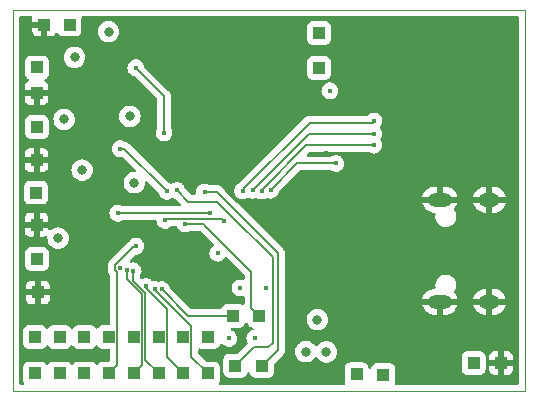
<source format=gbr>
%TF.GenerationSoftware,KiCad,Pcbnew,6.0.10-1.fc37*%
%TF.CreationDate,2023-01-07T19:36:43-08:00*%
%TF.ProjectId,data_logger_esp32c3,64617461-5f6c-46f6-9767-65725f657370,rev?*%
%TF.SameCoordinates,Original*%
%TF.FileFunction,Copper,L4,Bot*%
%TF.FilePolarity,Positive*%
%FSLAX46Y46*%
G04 Gerber Fmt 4.6, Leading zero omitted, Abs format (unit mm)*
G04 Created by KiCad (PCBNEW 6.0.10-1.fc37) date 2023-01-07 19:36:43*
%MOMM*%
%LPD*%
G01*
G04 APERTURE LIST*
%TA.AperFunction,Profile*%
%ADD10C,0.100000*%
%TD*%
%TA.AperFunction,ComponentPad*%
%ADD11R,1.000000X1.000000*%
%TD*%
%TA.AperFunction,ComponentPad*%
%ADD12O,1.799996X1.199998*%
%TD*%
%TA.AperFunction,ComponentPad*%
%ADD13O,1.999996X1.199998*%
%TD*%
%TA.AperFunction,ViaPad*%
%ADD14C,0.400000*%
%TD*%
%TA.AperFunction,ViaPad*%
%ADD15C,1.000000*%
%TD*%
%TA.AperFunction,ViaPad*%
%ADD16C,0.800000*%
%TD*%
%TA.AperFunction,Conductor*%
%ADD17C,0.150000*%
%TD*%
G04 APERTURE END LIST*
D10*
X98856800Y-49606200D02*
X142138400Y-49606200D01*
X142138400Y-49606200D02*
X142138400Y-81864200D01*
X142138400Y-81864200D02*
X98856800Y-81864200D01*
X98856800Y-81864200D02*
X98856800Y-49606200D01*
D11*
%TO.P,SDA1,1,1*%
%TO.N,I2C_SDA*%
X119890000Y-79781400D03*
%TD*%
%TO.P,SCL1,1,1*%
%TO.N,I2C_SCL*%
X117652800Y-79730600D03*
%TD*%
%TO.P,I2SP1,1,1*%
%TO.N,Net-(I2SP1-Pad1)*%
X100838000Y-70688200D03*
%TD*%
%TO.P,I2SN1,1,1*%
%TO.N,GND*%
X100914200Y-73533000D03*
%TD*%
%TO.P,A4P1,1,1*%
%TO.N,Net-(A4P1-Pad1)*%
X100787200Y-65074800D03*
%TD*%
%TO.P,A4N1,1,1*%
%TO.N,GND*%
X100812600Y-67792600D03*
%TD*%
%TO.P,A3P1,1,1*%
%TO.N,Net-(A3P1-Pad1)*%
X100863400Y-54483000D03*
%TD*%
%TO.P,A3N1,1,1*%
%TO.N,GND*%
X100812600Y-56642000D03*
%TD*%
%TO.P,A2P1,1,1*%
%TO.N,Net-(A2P1-Pad1)*%
X103606600Y-50850800D03*
%TD*%
%TO.P,A2N1,1,1*%
%TO.N,GND*%
X101473000Y-50850800D03*
%TD*%
%TO.P,A0P1,1,1*%
%TO.N,Net-(A0P1-Pad1)*%
X100838000Y-59537600D03*
%TD*%
%TO.P,A0N1,1,1*%
%TO.N,GND*%
X100812600Y-62306200D03*
%TD*%
%TO.P,NRESET1,1,1*%
%TO.N,NRESET*%
X119659400Y-75488800D03*
%TD*%
%TO.P,NINT1,1,1*%
%TO.N,NINT*%
X117449600Y-75514200D03*
%TD*%
%TO.P,IO13,1,1*%
%TO.N,Net-(IO13-Pad1)*%
X111157656Y-77292200D03*
%TD*%
%TO.P,DC-1,1,1*%
%TO.N,GND*%
X140157200Y-79502000D03*
%TD*%
%TO.P,DC+1,1,1*%
%TO.N,Net-(D1-Pad1)*%
X137820400Y-79502000D03*
%TD*%
%TO.P,IO11,1,1*%
%TO.N,Net-(IO11-Pad1)*%
X106963028Y-77292200D03*
%TD*%
%TO.P,IO5,1,1*%
%TO.N,Net-(IO5-Pad1)*%
X111157656Y-80391000D03*
%TD*%
%TO.P,VIN1,1,1*%
%TO.N,Net-(C4-Pad1)*%
X130175000Y-80518000D03*
%TD*%
%TO.P,IO15,1,1*%
%TO.N,Net-(IO15-Pad1)*%
X115352286Y-77292200D03*
%TD*%
%TO.P,TX0,1,1*%
%TO.N,Net-(TX0-Pad1)*%
X124739400Y-51587400D03*
%TD*%
%TO.P,IO0,1,1*%
%TO.N,Net-(IO0-Pad1)*%
X100671086Y-80391000D03*
%TD*%
%TO.P,IO1,1,1*%
%TO.N,Net-(IO1-Pad1)*%
X102768400Y-80391000D03*
%TD*%
%TO.P,3V3,1,1*%
%TO.N,+3V3*%
X127914400Y-80467200D03*
%TD*%
%TO.P,IO6,1,1*%
%TO.N,Net-(IO6-Pad1)*%
X113254970Y-80391000D03*
%TD*%
%TO.P,IO3,1,1*%
%TO.N,Net-(IO3-Pad1)*%
X106963028Y-80391000D03*
%TD*%
%TO.P,RX0,1,1*%
%TO.N,Net-(RX0-Pad1)*%
X124739400Y-54533800D03*
%TD*%
%TO.P,IO10,1,1*%
%TO.N,Net-(IO10-Pad1)*%
X104865714Y-77292200D03*
%TD*%
D12*
%TO.P,USB-C1,3,SH*%
%TO.N,GND*%
X139161520Y-74327512D03*
%TO.P,USB-C1,2,SH*%
X139161520Y-65677288D03*
D13*
%TO.P,USB-C1,1,SH*%
X134961630Y-65677288D03*
%TO.P,USB-C1,0,SH*%
X134961630Y-74327512D03*
%TD*%
D11*
%TO.P,IO9,1,1*%
%TO.N,Net-(IO9-Pad1)*%
X102768400Y-77292200D03*
%TD*%
%TO.P,IO8,1,1*%
%TO.N,Net-(IO8-Pad1)*%
X100671086Y-77292200D03*
%TD*%
%TO.P,IO2,1,1*%
%TO.N,Net-(IO2-Pad1)*%
X104865714Y-80391000D03*
%TD*%
%TO.P,IO4,1,1*%
%TO.N,Net-(IO4-Pad1)*%
X109060342Y-80391000D03*
%TD*%
%TO.P,IO14,1,1*%
%TO.N,Net-(IO14-Pad1)*%
X113254970Y-77292200D03*
%TD*%
%TO.P,IO7,1,1*%
%TO.N,Net-(IO7-Pad1)*%
X115352286Y-80391000D03*
%TD*%
%TO.P,IO12,1,1*%
%TO.N,Net-(IO12-Pad1)*%
X109060342Y-77292200D03*
%TD*%
D14*
%TO.N,GND*%
X106832400Y-68326000D03*
X104419400Y-67995800D03*
%TO.N,+3V3*%
X107899200Y-71501000D03*
%TO.N,I2C_SDA*%
X115036600Y-65024000D03*
%TO.N,I2C_SCL*%
X112699800Y-64897000D03*
%TO.N,NRESET*%
X113411000Y-67716400D03*
%TO.N,NINT*%
X111404400Y-73279000D03*
%TO.N,Net-(IO7-Pad1)*%
X110820200Y-73279000D03*
%TO.N,Net-(IO6-Pad1)*%
X110109000Y-73025000D03*
%TO.N,Net-(IO5-Pad1)*%
X108991400Y-71704200D03*
%TO.N,Net-(IO4-Pad1)*%
X108432600Y-71653400D03*
%TO.N,Net-(IO3-Pad1)*%
X109220000Y-69621400D03*
%TO.N,GND*%
X106375200Y-53746400D03*
X104952800Y-55778400D03*
X105003600Y-58166000D03*
X107899200Y-65303400D03*
X109194600Y-65963800D03*
X129032000Y-56921400D03*
X127990600Y-57912000D03*
D15*
X136372600Y-57048400D03*
D14*
X125349000Y-61722000D03*
X125552200Y-58216800D03*
%TO.N,CS*%
X129387600Y-59029600D03*
X118262400Y-64922400D03*
%TO.N,DO*%
X120624600Y-64871600D03*
X126161800Y-62611000D03*
%TO.N,SCLK*%
X129362200Y-61061600D03*
X119888000Y-64947800D03*
%TO.N,DI*%
X129362200Y-60096400D03*
X119100600Y-64871600D03*
%TO.N,I2S*%
X111683800Y-67437000D03*
X116662200Y-67462400D03*
%TO.N,ADC1_CH4*%
X115519200Y-66827400D03*
X107696000Y-66827400D03*
%TO.N,+3V3*%
X116154200Y-70205600D03*
X120218200Y-73177400D03*
X118033800Y-73152000D03*
%TO.N,GND*%
X128574800Y-72390000D03*
X126873000Y-75488800D03*
X125679200Y-73279000D03*
X127177800Y-67589400D03*
%TO.N,+3V3*%
X117094000Y-77419200D03*
X119303800Y-77419200D03*
X125653800Y-56464200D03*
%TO.N,ADC1_CH2*%
X109220000Y-54508400D03*
X111607600Y-60020200D03*
%TO.N,ADC1_CH0*%
X111861600Y-64973200D03*
X107899200Y-61366400D03*
D16*
%TO.N,+3V3*%
X125349006Y-78562194D03*
X123621800Y-78536800D03*
%TO.N,GND*%
X112750600Y-71069200D03*
X111328200Y-71043800D03*
X112674400Y-69748400D03*
X111353600Y-69723000D03*
%TO.N,+3V3*%
X102641400Y-68935600D03*
X104673400Y-63169800D03*
X109093000Y-64236600D03*
X108712000Y-58623200D03*
X103149400Y-58877200D03*
X106908600Y-51460400D03*
X104038400Y-53619400D03*
X124587000Y-75844400D03*
%TD*%
D17*
%TO.N,Net-(IO3-Pad1)*%
X107638028Y-79716000D02*
X107638028Y-71840162D01*
X107449300Y-71248966D02*
X109076866Y-69621400D01*
X106963028Y-80391000D02*
X107638028Y-79716000D01*
X107638028Y-71840162D02*
X107449300Y-71651434D01*
X107449300Y-71651434D02*
X107449300Y-71248966D01*
X109076866Y-69621400D02*
X109220000Y-69621400D01*
%TO.N,I2C_SDA*%
X119890000Y-79781400D02*
X121285000Y-78386400D01*
X121285000Y-78386400D02*
X121285000Y-70231000D01*
X121285000Y-70231000D02*
X116078000Y-65024000D01*
X116078000Y-65024000D02*
X115036600Y-65024000D01*
%TO.N,I2C_SCL*%
X117652800Y-79730600D02*
X119202200Y-78181200D01*
X120802400Y-72161400D02*
X120802400Y-70561200D01*
X116078000Y-65836800D02*
X113766600Y-65836800D01*
X119202200Y-78181200D02*
X120421400Y-78181200D01*
X120421400Y-78181200D02*
X120802400Y-77800200D01*
X120802400Y-70561200D02*
X117144800Y-66903600D01*
X120802400Y-77800200D02*
X120802400Y-72161400D01*
X117144800Y-66903600D02*
X116078000Y-65836800D01*
X113639600Y-65836800D02*
X112699800Y-64897000D01*
X113766600Y-65836800D02*
X113639600Y-65836800D01*
%TO.N,I2S*%
X116491700Y-67291900D02*
X116662200Y-67462400D01*
%TO.N,NRESET*%
X114960400Y-67716400D02*
X113411000Y-67716400D01*
%TO.N,I2S*%
X111828900Y-67291900D02*
X116491700Y-67291900D01*
X111683800Y-67437000D02*
X111828900Y-67291900D01*
%TO.N,NRESET*%
X119009800Y-71765800D02*
X115112800Y-67868800D01*
X119009800Y-74839200D02*
X119009800Y-71765800D01*
X119659400Y-75488800D02*
X119009800Y-74839200D01*
X115112800Y-67868800D02*
X114960400Y-67716400D01*
%TO.N,Net-(IO7-Pad1)*%
X113929970Y-76404904D02*
X110820200Y-73295134D01*
X113929970Y-78968684D02*
X113929970Y-76404904D01*
X110820200Y-73295134D02*
X110820200Y-73279000D01*
X115352286Y-80391000D02*
X113929970Y-78968684D01*
%TO.N,NINT*%
X117449600Y-75514200D02*
X113639600Y-75514200D01*
X113639600Y-75514200D02*
X111404400Y-73279000D01*
%TO.N,Net-(IO6-Pad1)*%
X110109000Y-73168134D02*
X110109000Y-73025000D01*
X111836200Y-74895334D02*
X110109000Y-73168134D01*
X111836200Y-78972230D02*
X111836200Y-74895334D01*
X113254970Y-80391000D02*
X111836200Y-78972230D01*
%TO.N,Net-(IO4-Pad1)*%
X108432600Y-72361848D02*
X108432600Y-71653400D01*
X109735342Y-73664590D02*
X108432600Y-72361848D01*
X109735342Y-79716000D02*
X109735342Y-73664590D01*
%TO.N,Net-(IO5-Pad1)*%
X109651800Y-73228200D02*
X108991400Y-72567800D01*
%TO.N,Net-(IO4-Pad1)*%
X109060342Y-80391000D02*
X109735342Y-79716000D01*
%TO.N,Net-(IO5-Pad1)*%
X110032800Y-73609200D02*
X109651800Y-73228200D01*
X110032800Y-79266144D02*
X110032800Y-73609200D01*
X108991400Y-72567800D02*
X108991400Y-71704200D01*
X111157656Y-80391000D02*
X110032800Y-79266144D01*
%TO.N,CS*%
X129387600Y-59029600D02*
X129260600Y-59156600D01*
X129260600Y-59156600D02*
X124536200Y-59156600D01*
X124536200Y-59156600D02*
X123926600Y-59156600D01*
X123926600Y-59156600D02*
X118287800Y-64795400D01*
X118287800Y-64795400D02*
X118262400Y-64820800D01*
X118262400Y-64820800D02*
X118262400Y-64922400D01*
%TO.N,DI*%
X123875800Y-60096400D02*
X129362200Y-60096400D01*
X119100600Y-64871600D02*
X123875800Y-60096400D01*
%TO.N,SCLK*%
X119888000Y-64820800D02*
X123647200Y-61061600D01*
X123647200Y-61061600D02*
X129362200Y-61061600D01*
X119888000Y-64947800D02*
X119888000Y-64820800D01*
%TO.N,DO*%
X120624600Y-64871600D02*
X122885200Y-62611000D01*
X122885200Y-62611000D02*
X126161800Y-62611000D01*
%TO.N,ADC1_CH4*%
X115519200Y-66827400D02*
X107696000Y-66827400D01*
%TO.N,ADC1_CH2*%
X111607600Y-56896000D02*
X111607600Y-60020200D01*
X109220000Y-54508400D02*
X111607600Y-56896000D01*
%TO.N,ADC1_CH0*%
X107899200Y-61366400D02*
X108254800Y-61366400D01*
X108254800Y-61366400D02*
X111861600Y-64973200D01*
%TD*%
%TA.AperFunction,Conductor*%
%TO.N,GND*%
G36*
X100413116Y-50134702D02*
G01*
X100459609Y-50188358D01*
X100470258Y-50254307D01*
X100465369Y-50299312D01*
X100465000Y-50306128D01*
X100465000Y-50578685D01*
X100469475Y-50593924D01*
X100470865Y-50595129D01*
X100478548Y-50596800D01*
X101601000Y-50596800D01*
X101669121Y-50616802D01*
X101715614Y-50670458D01*
X101727000Y-50722800D01*
X101727000Y-51840684D01*
X101731475Y-51855923D01*
X101732865Y-51857128D01*
X101740548Y-51858799D01*
X102017669Y-51858799D01*
X102024490Y-51858429D01*
X102075352Y-51852905D01*
X102090604Y-51849279D01*
X102211054Y-51804124D01*
X102226649Y-51795586D01*
X102328724Y-51719085D01*
X102341285Y-51706524D01*
X102417786Y-51604449D01*
X102428992Y-51583981D01*
X102479251Y-51533836D01*
X102548642Y-51518822D01*
X102615134Y-51543708D01*
X102650032Y-51583981D01*
X102652833Y-51589097D01*
X102655985Y-51597505D01*
X102661370Y-51604690D01*
X102661371Y-51604691D01*
X102743339Y-51714061D01*
X102859895Y-51801415D01*
X102996284Y-51852545D01*
X103058466Y-51859300D01*
X104154734Y-51859300D01*
X104216916Y-51852545D01*
X104353305Y-51801415D01*
X104469861Y-51714061D01*
X104557215Y-51597505D01*
X104608345Y-51461116D01*
X104608423Y-51460400D01*
X105995096Y-51460400D01*
X105995786Y-51466965D01*
X106010262Y-51604692D01*
X106015058Y-51650328D01*
X106074073Y-51831956D01*
X106077376Y-51837678D01*
X106077377Y-51837679D01*
X106086988Y-51854325D01*
X106169560Y-51997344D01*
X106297347Y-52139266D01*
X106451848Y-52251518D01*
X106457876Y-52254202D01*
X106457878Y-52254203D01*
X106620281Y-52326509D01*
X106626312Y-52329194D01*
X106719712Y-52349047D01*
X106806656Y-52367528D01*
X106806661Y-52367528D01*
X106813113Y-52368900D01*
X107004087Y-52368900D01*
X107010539Y-52367528D01*
X107010544Y-52367528D01*
X107097487Y-52349047D01*
X107190888Y-52329194D01*
X107196919Y-52326509D01*
X107359322Y-52254203D01*
X107359324Y-52254202D01*
X107365352Y-52251518D01*
X107519853Y-52139266D01*
X107523213Y-52135534D01*
X123730900Y-52135534D01*
X123737655Y-52197716D01*
X123788785Y-52334105D01*
X123876139Y-52450661D01*
X123992695Y-52538015D01*
X124129084Y-52589145D01*
X124191266Y-52595900D01*
X125287534Y-52595900D01*
X125349716Y-52589145D01*
X125486105Y-52538015D01*
X125602661Y-52450661D01*
X125690015Y-52334105D01*
X125741145Y-52197716D01*
X125747900Y-52135534D01*
X125747900Y-51039266D01*
X125741145Y-50977084D01*
X125690015Y-50840695D01*
X125602661Y-50724139D01*
X125486105Y-50636785D01*
X125349716Y-50585655D01*
X125287534Y-50578900D01*
X124191266Y-50578900D01*
X124129084Y-50585655D01*
X123992695Y-50636785D01*
X123876139Y-50724139D01*
X123788785Y-50840695D01*
X123737655Y-50977084D01*
X123730900Y-51039266D01*
X123730900Y-52135534D01*
X107523213Y-52135534D01*
X107647640Y-51997344D01*
X107730212Y-51854325D01*
X107739823Y-51837679D01*
X107739824Y-51837678D01*
X107743127Y-51831956D01*
X107802142Y-51650328D01*
X107806939Y-51604692D01*
X107821414Y-51466965D01*
X107822104Y-51460400D01*
X107816001Y-51402331D01*
X107802832Y-51277035D01*
X107802832Y-51277033D01*
X107802142Y-51270472D01*
X107743127Y-51088844D01*
X107647640Y-50923456D01*
X107566652Y-50833509D01*
X107524275Y-50786445D01*
X107524274Y-50786444D01*
X107519853Y-50781534D01*
X107365352Y-50669282D01*
X107359324Y-50666598D01*
X107359322Y-50666597D01*
X107196919Y-50594291D01*
X107196918Y-50594291D01*
X107190888Y-50591606D01*
X107097487Y-50571753D01*
X107010544Y-50553272D01*
X107010539Y-50553272D01*
X107004087Y-50551900D01*
X106813113Y-50551900D01*
X106806661Y-50553272D01*
X106806656Y-50553272D01*
X106719713Y-50571753D01*
X106626312Y-50591606D01*
X106620282Y-50594291D01*
X106620281Y-50594291D01*
X106457878Y-50666597D01*
X106457876Y-50666598D01*
X106451848Y-50669282D01*
X106297347Y-50781534D01*
X106292926Y-50786444D01*
X106292925Y-50786445D01*
X106250549Y-50833509D01*
X106169560Y-50923456D01*
X106074073Y-51088844D01*
X106015058Y-51270472D01*
X106014368Y-51277033D01*
X106014368Y-51277035D01*
X106001199Y-51402331D01*
X105995096Y-51460400D01*
X104608423Y-51460400D01*
X104615100Y-51398934D01*
X104615100Y-50302666D01*
X104609847Y-50254307D01*
X104622375Y-50184425D01*
X104670696Y-50132409D01*
X104735110Y-50114700D01*
X141503900Y-50114700D01*
X141572021Y-50134702D01*
X141618514Y-50188358D01*
X141629900Y-50240700D01*
X141629900Y-81229700D01*
X141609898Y-81297821D01*
X141556242Y-81344314D01*
X141503900Y-81355700D01*
X131273301Y-81355700D01*
X131205180Y-81335698D01*
X131158687Y-81282042D01*
X131148583Y-81211768D01*
X131155319Y-81185471D01*
X131173971Y-81135718D01*
X131173973Y-81135712D01*
X131176745Y-81128316D01*
X131183500Y-81066134D01*
X131183500Y-80050134D01*
X136811900Y-80050134D01*
X136818655Y-80112316D01*
X136869785Y-80248705D01*
X136957139Y-80365261D01*
X137073695Y-80452615D01*
X137210084Y-80503745D01*
X137272266Y-80510500D01*
X138368534Y-80510500D01*
X138430716Y-80503745D01*
X138567105Y-80452615D01*
X138683661Y-80365261D01*
X138771015Y-80248705D01*
X138822145Y-80112316D01*
X138828900Y-80050134D01*
X138828900Y-80046669D01*
X139149201Y-80046669D01*
X139149571Y-80053490D01*
X139155095Y-80104352D01*
X139158721Y-80119604D01*
X139203876Y-80240054D01*
X139212414Y-80255649D01*
X139288915Y-80357724D01*
X139301476Y-80370285D01*
X139403551Y-80446786D01*
X139419146Y-80455324D01*
X139539594Y-80500478D01*
X139554849Y-80504105D01*
X139605714Y-80509631D01*
X139612528Y-80510000D01*
X139885085Y-80510000D01*
X139900324Y-80505525D01*
X139901529Y-80504135D01*
X139903200Y-80496452D01*
X139903200Y-80491884D01*
X140411200Y-80491884D01*
X140415675Y-80507123D01*
X140417065Y-80508328D01*
X140424748Y-80509999D01*
X140701869Y-80509999D01*
X140708690Y-80509629D01*
X140759552Y-80504105D01*
X140774804Y-80500479D01*
X140895254Y-80455324D01*
X140910849Y-80446786D01*
X141012924Y-80370285D01*
X141025485Y-80357724D01*
X141101986Y-80255649D01*
X141110524Y-80240054D01*
X141155678Y-80119606D01*
X141159305Y-80104351D01*
X141164831Y-80053486D01*
X141165200Y-80046672D01*
X141165200Y-79774115D01*
X141160725Y-79758876D01*
X141159335Y-79757671D01*
X141151652Y-79756000D01*
X140429315Y-79756000D01*
X140414076Y-79760475D01*
X140412871Y-79761865D01*
X140411200Y-79769548D01*
X140411200Y-80491884D01*
X139903200Y-80491884D01*
X139903200Y-79774115D01*
X139898725Y-79758876D01*
X139897335Y-79757671D01*
X139889652Y-79756000D01*
X139167316Y-79756000D01*
X139152077Y-79760475D01*
X139150872Y-79761865D01*
X139149201Y-79769548D01*
X139149201Y-80046669D01*
X138828900Y-80046669D01*
X138828900Y-79229885D01*
X139149200Y-79229885D01*
X139153675Y-79245124D01*
X139155065Y-79246329D01*
X139162748Y-79248000D01*
X139885085Y-79248000D01*
X139900324Y-79243525D01*
X139901529Y-79242135D01*
X139903200Y-79234452D01*
X139903200Y-79229885D01*
X140411200Y-79229885D01*
X140415675Y-79245124D01*
X140417065Y-79246329D01*
X140424748Y-79248000D01*
X141147084Y-79248000D01*
X141162323Y-79243525D01*
X141163528Y-79242135D01*
X141165199Y-79234452D01*
X141165199Y-78957331D01*
X141164829Y-78950510D01*
X141159305Y-78899648D01*
X141155679Y-78884396D01*
X141110524Y-78763946D01*
X141101986Y-78748351D01*
X141025485Y-78646276D01*
X141012924Y-78633715D01*
X140910849Y-78557214D01*
X140895254Y-78548676D01*
X140774806Y-78503522D01*
X140759551Y-78499895D01*
X140708686Y-78494369D01*
X140701872Y-78494000D01*
X140429315Y-78494000D01*
X140414076Y-78498475D01*
X140412871Y-78499865D01*
X140411200Y-78507548D01*
X140411200Y-79229885D01*
X139903200Y-79229885D01*
X139903200Y-78512116D01*
X139898725Y-78496877D01*
X139897335Y-78495672D01*
X139889652Y-78494001D01*
X139612531Y-78494001D01*
X139605710Y-78494371D01*
X139554848Y-78499895D01*
X139539596Y-78503521D01*
X139419146Y-78548676D01*
X139403551Y-78557214D01*
X139301476Y-78633715D01*
X139288915Y-78646276D01*
X139212414Y-78748351D01*
X139203876Y-78763946D01*
X139158722Y-78884394D01*
X139155095Y-78899649D01*
X139149569Y-78950514D01*
X139149200Y-78957328D01*
X139149200Y-79229885D01*
X138828900Y-79229885D01*
X138828900Y-78953866D01*
X138822145Y-78891684D01*
X138771015Y-78755295D01*
X138683661Y-78638739D01*
X138567105Y-78551385D01*
X138430716Y-78500255D01*
X138368534Y-78493500D01*
X137272266Y-78493500D01*
X137210084Y-78500255D01*
X137073695Y-78551385D01*
X136957139Y-78638739D01*
X136869785Y-78755295D01*
X136818655Y-78891684D01*
X136811900Y-78953866D01*
X136811900Y-80050134D01*
X131183500Y-80050134D01*
X131183500Y-79969866D01*
X131176745Y-79907684D01*
X131125615Y-79771295D01*
X131038261Y-79654739D01*
X130921705Y-79567385D01*
X130785316Y-79516255D01*
X130723134Y-79509500D01*
X129626866Y-79509500D01*
X129564684Y-79516255D01*
X129428295Y-79567385D01*
X129311739Y-79654739D01*
X129224385Y-79771295D01*
X129173255Y-79907684D01*
X129172402Y-79915540D01*
X129170575Y-79923222D01*
X129168509Y-79922731D01*
X129145476Y-79978155D01*
X129087111Y-80018578D01*
X129016157Y-80021030D01*
X128955141Y-79984731D01*
X128923435Y-79921208D01*
X128922196Y-79912587D01*
X128921664Y-79907684D01*
X128920860Y-79900285D01*
X128916999Y-79864740D01*
X128916998Y-79864736D01*
X128916145Y-79856884D01*
X128865015Y-79720495D01*
X128777661Y-79603939D01*
X128661105Y-79516585D01*
X128524716Y-79465455D01*
X128462534Y-79458700D01*
X127366266Y-79458700D01*
X127304084Y-79465455D01*
X127167695Y-79516585D01*
X127051139Y-79603939D01*
X126963785Y-79720495D01*
X126912655Y-79856884D01*
X126905900Y-79919066D01*
X126905900Y-81015334D01*
X126912655Y-81077516D01*
X126915427Y-81084912D01*
X126915429Y-81084918D01*
X126953125Y-81185471D01*
X126958308Y-81256278D01*
X126924387Y-81318647D01*
X126862132Y-81352776D01*
X126835143Y-81355700D01*
X116391413Y-81355700D01*
X116323292Y-81335698D01*
X116276799Y-81282042D01*
X116266695Y-81211768D01*
X116290587Y-81154136D01*
X116302901Y-81137705D01*
X116354031Y-81001316D01*
X116360786Y-80939134D01*
X116360786Y-79842866D01*
X116354031Y-79780684D01*
X116302901Y-79644295D01*
X116215547Y-79527739D01*
X116098991Y-79440385D01*
X115962602Y-79389255D01*
X115900420Y-79382500D01*
X115221171Y-79382500D01*
X115153050Y-79362498D01*
X115132076Y-79345596D01*
X114550375Y-78763896D01*
X114516350Y-78701583D01*
X114513470Y-78674800D01*
X114513470Y-78390083D01*
X114533472Y-78321962D01*
X114587128Y-78275469D01*
X114657402Y-78265365D01*
X114683699Y-78272101D01*
X114734568Y-78291171D01*
X114734574Y-78291173D01*
X114741970Y-78293945D01*
X114804152Y-78300700D01*
X115900420Y-78300700D01*
X115962602Y-78293945D01*
X116098991Y-78242815D01*
X116215547Y-78155461D01*
X116302901Y-78038905D01*
X116317126Y-78000960D01*
X116344735Y-77927314D01*
X116387377Y-77870550D01*
X116453938Y-77845850D01*
X116523287Y-77861058D01*
X116553660Y-77885626D01*
X116553730Y-77885549D01*
X116680565Y-78000960D01*
X116831268Y-78082785D01*
X116997139Y-78126301D01*
X117084586Y-78127674D01*
X117161003Y-78128875D01*
X117161006Y-78128875D01*
X117168602Y-78128994D01*
X117176006Y-78127298D01*
X117176008Y-78127298D01*
X117238846Y-78112906D01*
X117335759Y-78090710D01*
X117488958Y-78013659D01*
X117494729Y-78008730D01*
X117494732Y-78008728D01*
X117613578Y-77907223D01*
X117619355Y-77902289D01*
X117692470Y-77800540D01*
X117714992Y-77769198D01*
X117714993Y-77769197D01*
X117719424Y-77763030D01*
X117783385Y-77603920D01*
X117807547Y-77434147D01*
X117807704Y-77419200D01*
X117787102Y-77248958D01*
X117774146Y-77214669D01*
X117729171Y-77095647D01*
X117726487Y-77088544D01*
X117629357Y-76947219D01*
X117623686Y-76942166D01*
X117506993Y-76838196D01*
X117506990Y-76838194D01*
X117501321Y-76833143D01*
X117493325Y-76828909D01*
X117363280Y-76760054D01*
X117312437Y-76710502D01*
X117296455Y-76641327D01*
X117320409Y-76574494D01*
X117376693Y-76531220D01*
X117422239Y-76522700D01*
X117997734Y-76522700D01*
X118059916Y-76515945D01*
X118196305Y-76464815D01*
X118312861Y-76377461D01*
X118400215Y-76260905D01*
X118441279Y-76151367D01*
X118483921Y-76094603D01*
X118550482Y-76069903D01*
X118619831Y-76085110D01*
X118669949Y-76135396D01*
X118677243Y-76151367D01*
X118708785Y-76235505D01*
X118796139Y-76352061D01*
X118912695Y-76439415D01*
X119049084Y-76490545D01*
X119070575Y-76492880D01*
X119076505Y-76493524D01*
X119142067Y-76520766D01*
X119182493Y-76579130D01*
X119184948Y-76650084D01*
X119148653Y-76711101D01*
X119092311Y-76741306D01*
X119062402Y-76748486D01*
X119062398Y-76748487D01*
X119055023Y-76750258D01*
X118902639Y-76828909D01*
X118773415Y-76941639D01*
X118674810Y-77081939D01*
X118669465Y-77095649D01*
X118623061Y-77214669D01*
X118612518Y-77241709D01*
X118590135Y-77411726D01*
X118608953Y-77582175D01*
X118611562Y-77589306D01*
X118611563Y-77589308D01*
X118641345Y-77670691D01*
X118667885Y-77743215D01*
X118672123Y-77749521D01*
X118675571Y-77756289D01*
X118673097Y-77757550D01*
X118690571Y-77812818D01*
X118671979Y-77881337D01*
X118653694Y-77904512D01*
X117873012Y-78685195D01*
X117810699Y-78719220D01*
X117783916Y-78722100D01*
X117104666Y-78722100D01*
X117042484Y-78728855D01*
X116906095Y-78779985D01*
X116789539Y-78867339D01*
X116702185Y-78983895D01*
X116651055Y-79120284D01*
X116644300Y-79182466D01*
X116644300Y-80278734D01*
X116651055Y-80340916D01*
X116702185Y-80477305D01*
X116789539Y-80593861D01*
X116906095Y-80681215D01*
X117042484Y-80732345D01*
X117104666Y-80739100D01*
X118200934Y-80739100D01*
X118263116Y-80732345D01*
X118399505Y-80681215D01*
X118516061Y-80593861D01*
X118603415Y-80477305D01*
X118645775Y-80364310D01*
X118688417Y-80307546D01*
X118754978Y-80282846D01*
X118824327Y-80298053D01*
X118874445Y-80348339D01*
X118886340Y-80379395D01*
X118887402Y-80383860D01*
X118888255Y-80391716D01*
X118891027Y-80399111D01*
X118891028Y-80399114D01*
X118917189Y-80468897D01*
X118939385Y-80528105D01*
X119026739Y-80644661D01*
X119143295Y-80732015D01*
X119279684Y-80783145D01*
X119341866Y-80789900D01*
X120438134Y-80789900D01*
X120500316Y-80783145D01*
X120636705Y-80732015D01*
X120753261Y-80644661D01*
X120840615Y-80528105D01*
X120891745Y-80391716D01*
X120898500Y-80329534D01*
X120898500Y-79650283D01*
X120918502Y-79582162D01*
X120935405Y-79561188D01*
X121664707Y-78831886D01*
X121677098Y-78821018D01*
X121694611Y-78807580D01*
X121701157Y-78802557D01*
X121723914Y-78772900D01*
X121739857Y-78752122D01*
X121794686Y-78680667D01*
X121853481Y-78538724D01*
X121853734Y-78536800D01*
X122708296Y-78536800D01*
X122708986Y-78543365D01*
X122718445Y-78633358D01*
X122728258Y-78726728D01*
X122787273Y-78908356D01*
X122790576Y-78914078D01*
X122790577Y-78914079D01*
X122805238Y-78939473D01*
X122882760Y-79073744D01*
X122887178Y-79078651D01*
X122887179Y-79078652D01*
X122983730Y-79185883D01*
X123010547Y-79215666D01*
X123052751Y-79246329D01*
X123154296Y-79320106D01*
X123165048Y-79327918D01*
X123171076Y-79330602D01*
X123171078Y-79330603D01*
X123309044Y-79392029D01*
X123339512Y-79405594D01*
X123432912Y-79425447D01*
X123519856Y-79443928D01*
X123519861Y-79443928D01*
X123526313Y-79445300D01*
X123717287Y-79445300D01*
X123723739Y-79443928D01*
X123723744Y-79443928D01*
X123810688Y-79425447D01*
X123904088Y-79405594D01*
X123934556Y-79392029D01*
X124072522Y-79330603D01*
X124072524Y-79330602D01*
X124078552Y-79327918D01*
X124089305Y-79320106D01*
X124190849Y-79246329D01*
X124233053Y-79215666D01*
X124259870Y-79185883D01*
X124356421Y-79078652D01*
X124356422Y-79078651D01*
X124360840Y-79073744D01*
X124368953Y-79059692D01*
X124420332Y-79010699D01*
X124490046Y-78997261D01*
X124555957Y-79023646D01*
X124587190Y-79059689D01*
X124609966Y-79099138D01*
X124614384Y-79104045D01*
X124614385Y-79104046D01*
X124710466Y-79210755D01*
X124737753Y-79241060D01*
X124772764Y-79266497D01*
X124881633Y-79345595D01*
X124892254Y-79353312D01*
X124898282Y-79355996D01*
X124898284Y-79355997D01*
X125060687Y-79428303D01*
X125066718Y-79430988D01*
X125160118Y-79450841D01*
X125247062Y-79469322D01*
X125247067Y-79469322D01*
X125253519Y-79470694D01*
X125444493Y-79470694D01*
X125450945Y-79469322D01*
X125450950Y-79469322D01*
X125537894Y-79450841D01*
X125631294Y-79430988D01*
X125637325Y-79428303D01*
X125799728Y-79355997D01*
X125799730Y-79355996D01*
X125805758Y-79353312D01*
X125816380Y-79345595D01*
X125925248Y-79266497D01*
X125960259Y-79241060D01*
X125987546Y-79210755D01*
X126083627Y-79104046D01*
X126083628Y-79104045D01*
X126088046Y-79099138D01*
X126168091Y-78960496D01*
X126180229Y-78939473D01*
X126180230Y-78939472D01*
X126183533Y-78933750D01*
X126242548Y-78752122D01*
X126244994Y-78728855D01*
X126261820Y-78568759D01*
X126262510Y-78562194D01*
X126242548Y-78372266D01*
X126183533Y-78190638D01*
X126172501Y-78171529D01*
X126145275Y-78124373D01*
X126088046Y-78025250D01*
X126077610Y-78013659D01*
X125964681Y-77888239D01*
X125964680Y-77888238D01*
X125960259Y-77883328D01*
X125805758Y-77771076D01*
X125799730Y-77768392D01*
X125799728Y-77768391D01*
X125637325Y-77696085D01*
X125637324Y-77696085D01*
X125631294Y-77693400D01*
X125537893Y-77673547D01*
X125450950Y-77655066D01*
X125450945Y-77655066D01*
X125444493Y-77653694D01*
X125253519Y-77653694D01*
X125247067Y-77655066D01*
X125247062Y-77655066D01*
X125160119Y-77673547D01*
X125066718Y-77693400D01*
X125060688Y-77696085D01*
X125060687Y-77696085D01*
X124898284Y-77768391D01*
X124898282Y-77768392D01*
X124892254Y-77771076D01*
X124737753Y-77883328D01*
X124733332Y-77888238D01*
X124733331Y-77888239D01*
X124620403Y-78013659D01*
X124609966Y-78025250D01*
X124601853Y-78039302D01*
X124550474Y-78088295D01*
X124480760Y-78101733D01*
X124414849Y-78075348D01*
X124383615Y-78039304D01*
X124383385Y-78038905D01*
X124360840Y-77999856D01*
X124272991Y-77902289D01*
X124237475Y-77862845D01*
X124237474Y-77862844D01*
X124233053Y-77857934D01*
X124133957Y-77785936D01*
X124083894Y-77749563D01*
X124083893Y-77749562D01*
X124078552Y-77745682D01*
X124072524Y-77742998D01*
X124072522Y-77742997D01*
X123910119Y-77670691D01*
X123910118Y-77670691D01*
X123904088Y-77668006D01*
X123810687Y-77648153D01*
X123723744Y-77629672D01*
X123723739Y-77629672D01*
X123717287Y-77628300D01*
X123526313Y-77628300D01*
X123519861Y-77629672D01*
X123519856Y-77629672D01*
X123432913Y-77648153D01*
X123339512Y-77668006D01*
X123333482Y-77670691D01*
X123333481Y-77670691D01*
X123171078Y-77742997D01*
X123171076Y-77742998D01*
X123165048Y-77745682D01*
X123159707Y-77749562D01*
X123159706Y-77749563D01*
X123109643Y-77785936D01*
X123010547Y-77857934D01*
X123006126Y-77862844D01*
X123006125Y-77862845D01*
X122970610Y-77902289D01*
X122882760Y-77999856D01*
X122860215Y-78038905D01*
X122797067Y-78148281D01*
X122787273Y-78165244D01*
X122728258Y-78346872D01*
X122727568Y-78353433D01*
X122727568Y-78353435D01*
X122726249Y-78365988D01*
X122708296Y-78536800D01*
X121853734Y-78536800D01*
X121868500Y-78424644D01*
X121873535Y-78386400D01*
X121869578Y-78356344D01*
X121868500Y-78339897D01*
X121868500Y-75844400D01*
X123673496Y-75844400D01*
X123674186Y-75850965D01*
X123685215Y-75955896D01*
X123693458Y-76034328D01*
X123752473Y-76215956D01*
X123755776Y-76221678D01*
X123755777Y-76221679D01*
X123758905Y-76227097D01*
X123847960Y-76381344D01*
X123852378Y-76386251D01*
X123852379Y-76386252D01*
X123943787Y-76487771D01*
X123975747Y-76523266D01*
X124130248Y-76635518D01*
X124136276Y-76638202D01*
X124136278Y-76638203D01*
X124298681Y-76710509D01*
X124304712Y-76713194D01*
X124398112Y-76733047D01*
X124485056Y-76751528D01*
X124485061Y-76751528D01*
X124491513Y-76752900D01*
X124682487Y-76752900D01*
X124688939Y-76751528D01*
X124688944Y-76751528D01*
X124775888Y-76733047D01*
X124869288Y-76713194D01*
X124875319Y-76710509D01*
X125037722Y-76638203D01*
X125037724Y-76638202D01*
X125043752Y-76635518D01*
X125198253Y-76523266D01*
X125230213Y-76487771D01*
X125321621Y-76386252D01*
X125321622Y-76386251D01*
X125326040Y-76381344D01*
X125415095Y-76227097D01*
X125418223Y-76221679D01*
X125418224Y-76221678D01*
X125421527Y-76215956D01*
X125480542Y-76034328D01*
X125488786Y-75955896D01*
X125499814Y-75850965D01*
X125500504Y-75844400D01*
X125480542Y-75654472D01*
X125421527Y-75472844D01*
X125326040Y-75307456D01*
X125283709Y-75260442D01*
X125202675Y-75170445D01*
X125202674Y-75170444D01*
X125198253Y-75165534D01*
X125099157Y-75093536D01*
X125049094Y-75057163D01*
X125049093Y-75057162D01*
X125043752Y-75053282D01*
X125037724Y-75050598D01*
X125037722Y-75050597D01*
X124875319Y-74978291D01*
X124875318Y-74978291D01*
X124869288Y-74975606D01*
X124775887Y-74955753D01*
X124688944Y-74937272D01*
X124688939Y-74937272D01*
X124682487Y-74935900D01*
X124491513Y-74935900D01*
X124485061Y-74937272D01*
X124485056Y-74937272D01*
X124398113Y-74955753D01*
X124304712Y-74975606D01*
X124298682Y-74978291D01*
X124298681Y-74978291D01*
X124136278Y-75050597D01*
X124136276Y-75050598D01*
X124130248Y-75053282D01*
X124124907Y-75057162D01*
X124124906Y-75057163D01*
X124074843Y-75093536D01*
X123975747Y-75165534D01*
X123971326Y-75170444D01*
X123971325Y-75170445D01*
X123890292Y-75260442D01*
X123847960Y-75307456D01*
X123752473Y-75472844D01*
X123693458Y-75654472D01*
X123673496Y-75844400D01*
X121868500Y-75844400D01*
X121868500Y-74594911D01*
X133486344Y-74594911D01*
X133507826Y-74684049D01*
X133511715Y-74695344D01*
X133594261Y-74876893D01*
X133600208Y-74887235D01*
X133715600Y-75049909D01*
X133723393Y-75058937D01*
X133867459Y-75196851D01*
X133876835Y-75204255D01*
X134044367Y-75312428D01*
X134054980Y-75317929D01*
X134239947Y-75392474D01*
X134251397Y-75395866D01*
X134448559Y-75434368D01*
X134457422Y-75435445D01*
X134460131Y-75435511D01*
X134689515Y-75435511D01*
X134704754Y-75431036D01*
X134705959Y-75429646D01*
X134707630Y-75421963D01*
X134707630Y-75417396D01*
X135215630Y-75417396D01*
X135220105Y-75432635D01*
X135221495Y-75433840D01*
X135229178Y-75435511D01*
X135411461Y-75435511D01*
X135417437Y-75435226D01*
X135566123Y-75421040D01*
X135577857Y-75418781D01*
X135769228Y-75362639D01*
X135780304Y-75358209D01*
X135957607Y-75266892D01*
X135967653Y-75260442D01*
X136124485Y-75137250D01*
X136133134Y-75129013D01*
X136263839Y-74978388D01*
X136270776Y-74968662D01*
X136370638Y-74796045D01*
X136375612Y-74785181D01*
X136441035Y-74596785D01*
X136441276Y-74595796D01*
X136441150Y-74594911D01*
X137786234Y-74594911D01*
X137807716Y-74684049D01*
X137811605Y-74695344D01*
X137894151Y-74876893D01*
X137900098Y-74887235D01*
X138015490Y-75049909D01*
X138023283Y-75058937D01*
X138167349Y-75196851D01*
X138176725Y-75204255D01*
X138344257Y-75312428D01*
X138354870Y-75317929D01*
X138539837Y-75392474D01*
X138551287Y-75395866D01*
X138748449Y-75434368D01*
X138757312Y-75435445D01*
X138760021Y-75435511D01*
X138889405Y-75435511D01*
X138904644Y-75431036D01*
X138905849Y-75429646D01*
X138907520Y-75421963D01*
X138907520Y-75417396D01*
X139415520Y-75417396D01*
X139419995Y-75432635D01*
X139421385Y-75433840D01*
X139429068Y-75435511D01*
X139511351Y-75435511D01*
X139517327Y-75435226D01*
X139666013Y-75421040D01*
X139677747Y-75418781D01*
X139869118Y-75362639D01*
X139880194Y-75358209D01*
X140057497Y-75266892D01*
X140067543Y-75260442D01*
X140224375Y-75137250D01*
X140233024Y-75129013D01*
X140363729Y-74978388D01*
X140370666Y-74968662D01*
X140470528Y-74796045D01*
X140475502Y-74785181D01*
X140540925Y-74596785D01*
X140541166Y-74595796D01*
X140539698Y-74585504D01*
X140526133Y-74581512D01*
X139433635Y-74581512D01*
X139418396Y-74585987D01*
X139417191Y-74587377D01*
X139415520Y-74595060D01*
X139415520Y-75417396D01*
X138907520Y-75417396D01*
X138907520Y-74599627D01*
X138903045Y-74584388D01*
X138901655Y-74583183D01*
X138893972Y-74581512D01*
X137801120Y-74581512D01*
X137787589Y-74585485D01*
X137786234Y-74594911D01*
X136441150Y-74594911D01*
X136439808Y-74585504D01*
X136426243Y-74581512D01*
X135233745Y-74581512D01*
X135218506Y-74585987D01*
X135217301Y-74587377D01*
X135215630Y-74595060D01*
X135215630Y-75417396D01*
X134707630Y-75417396D01*
X134707630Y-74599627D01*
X134703155Y-74584388D01*
X134701765Y-74583183D01*
X134694082Y-74581512D01*
X133501230Y-74581512D01*
X133487699Y-74585485D01*
X133486344Y-74594911D01*
X121868500Y-74594911D01*
X121868500Y-74059228D01*
X133481984Y-74059228D01*
X133483452Y-74069520D01*
X133497017Y-74073512D01*
X136422030Y-74073512D01*
X136435561Y-74069539D01*
X136436916Y-74060113D01*
X136436703Y-74059228D01*
X137781874Y-74059228D01*
X137783342Y-74069520D01*
X137796907Y-74073512D01*
X138889405Y-74073512D01*
X138904644Y-74069037D01*
X138905849Y-74067647D01*
X138907520Y-74059964D01*
X138907520Y-74055397D01*
X139415520Y-74055397D01*
X139419995Y-74070636D01*
X139421385Y-74071841D01*
X139429068Y-74073512D01*
X140521920Y-74073512D01*
X140535451Y-74069539D01*
X140536806Y-74060113D01*
X140515324Y-73970975D01*
X140511435Y-73959680D01*
X140428889Y-73778131D01*
X140422942Y-73767789D01*
X140307550Y-73605115D01*
X140299757Y-73596087D01*
X140155691Y-73458173D01*
X140146315Y-73450769D01*
X139978783Y-73342596D01*
X139968170Y-73337095D01*
X139783203Y-73262550D01*
X139771753Y-73259158D01*
X139574591Y-73220656D01*
X139565728Y-73219579D01*
X139563019Y-73219513D01*
X139433635Y-73219513D01*
X139418396Y-73223988D01*
X139417191Y-73225378D01*
X139415520Y-73233061D01*
X139415520Y-74055397D01*
X138907520Y-74055397D01*
X138907520Y-73237628D01*
X138903045Y-73222389D01*
X138901655Y-73221184D01*
X138893972Y-73219513D01*
X138811689Y-73219513D01*
X138805713Y-73219798D01*
X138657027Y-73233984D01*
X138645293Y-73236243D01*
X138453922Y-73292385D01*
X138442846Y-73296815D01*
X138265543Y-73388132D01*
X138255497Y-73394582D01*
X138098665Y-73517774D01*
X138090016Y-73526011D01*
X137959311Y-73676636D01*
X137952374Y-73686362D01*
X137852512Y-73858979D01*
X137847538Y-73869843D01*
X137782115Y-74058239D01*
X137781874Y-74059228D01*
X136436703Y-74059228D01*
X136415434Y-73970975D01*
X136411545Y-73959680D01*
X136328999Y-73778131D01*
X136323052Y-73767789D01*
X136207660Y-73605115D01*
X136199868Y-73596088D01*
X136190816Y-73587423D01*
X136155439Y-73525868D01*
X136158956Y-73454959D01*
X136176009Y-73422342D01*
X136227228Y-73351846D01*
X136227229Y-73351845D01*
X136231109Y-73346504D01*
X136285657Y-73223988D01*
X136303963Y-73182871D01*
X136303963Y-73182870D01*
X136306648Y-73176840D01*
X136345261Y-72995178D01*
X136345261Y-72809458D01*
X136342177Y-72794946D01*
X136320495Y-72692943D01*
X136306648Y-72627796D01*
X136299103Y-72610850D01*
X136233794Y-72464162D01*
X136233793Y-72464160D01*
X136231109Y-72458132D01*
X136227228Y-72452790D01*
X136125828Y-72313225D01*
X136125826Y-72313223D01*
X136121945Y-72307881D01*
X135983928Y-72183610D01*
X135823089Y-72090750D01*
X135710588Y-72054196D01*
X135652738Y-72035399D01*
X135652736Y-72035399D01*
X135646459Y-72033359D01*
X135639896Y-72032669D01*
X135639895Y-72032669D01*
X135615699Y-72030126D01*
X135508063Y-72018813D01*
X135415449Y-72018813D01*
X135307813Y-72030126D01*
X135283617Y-72032669D01*
X135283616Y-72032669D01*
X135277053Y-72033359D01*
X135270776Y-72035399D01*
X135270774Y-72035399D01*
X135212924Y-72054196D01*
X135100423Y-72090750D01*
X134939584Y-72183610D01*
X134801567Y-72307881D01*
X134797686Y-72313223D01*
X134797684Y-72313225D01*
X134696284Y-72452790D01*
X134692403Y-72458132D01*
X134689719Y-72464160D01*
X134689718Y-72464162D01*
X134624409Y-72610850D01*
X134616864Y-72627796D01*
X134603017Y-72692943D01*
X134581336Y-72794946D01*
X134578251Y-72809458D01*
X134578251Y-72995178D01*
X134579623Y-73001631D01*
X134579623Y-73001635D01*
X134594230Y-73070353D01*
X134588828Y-73141144D01*
X134546011Y-73197776D01*
X134482950Y-73221980D01*
X134357137Y-73233984D01*
X134345403Y-73236243D01*
X134154032Y-73292385D01*
X134142956Y-73296815D01*
X133965653Y-73388132D01*
X133955607Y-73394582D01*
X133798775Y-73517774D01*
X133790126Y-73526011D01*
X133659421Y-73676636D01*
X133652484Y-73686362D01*
X133552622Y-73858979D01*
X133547648Y-73869843D01*
X133482225Y-74058239D01*
X133481984Y-74059228D01*
X121868500Y-74059228D01*
X121868500Y-70277503D01*
X121869578Y-70261056D01*
X121872457Y-70239188D01*
X121873535Y-70231000D01*
X121853481Y-70078676D01*
X121835656Y-70035643D01*
X121797846Y-69944361D01*
X121797845Y-69944359D01*
X121794686Y-69936733D01*
X121778522Y-69915668D01*
X121701157Y-69814843D01*
X121677097Y-69796381D01*
X121664707Y-69785514D01*
X117823880Y-65944687D01*
X133486344Y-65944687D01*
X133507826Y-66033825D01*
X133511715Y-66045120D01*
X133594261Y-66226669D01*
X133600208Y-66237011D01*
X133715600Y-66399685D01*
X133723393Y-66408713D01*
X133867459Y-66546627D01*
X133876835Y-66554031D01*
X134044367Y-66662204D01*
X134054980Y-66667705D01*
X134239947Y-66742250D01*
X134251397Y-66745642D01*
X134448559Y-66784144D01*
X134457422Y-66785221D01*
X134460131Y-66785287D01*
X134470337Y-66785287D01*
X134538458Y-66805289D01*
X134584951Y-66858945D01*
X134595055Y-66929219D01*
X134593584Y-66937483D01*
X134578251Y-67009622D01*
X134578251Y-67195342D01*
X134616864Y-67377004D01*
X134619549Y-67383034D01*
X134619549Y-67383035D01*
X134686819Y-67534125D01*
X134692403Y-67546668D01*
X134801567Y-67696919D01*
X134806477Y-67701340D01*
X134806478Y-67701341D01*
X134864828Y-67753879D01*
X134939584Y-67821190D01*
X134945302Y-67824491D01*
X135068124Y-67895402D01*
X135100423Y-67914050D01*
X135119009Y-67920089D01*
X135270774Y-67969401D01*
X135270776Y-67969401D01*
X135277053Y-67971441D01*
X135283616Y-67972131D01*
X135283617Y-67972131D01*
X135307813Y-67974674D01*
X135415449Y-67985987D01*
X135508063Y-67985987D01*
X135615699Y-67974674D01*
X135639895Y-67972131D01*
X135639896Y-67972131D01*
X135646459Y-67971441D01*
X135652736Y-67969401D01*
X135652738Y-67969401D01*
X135804503Y-67920089D01*
X135823089Y-67914050D01*
X135855389Y-67895402D01*
X135978210Y-67824491D01*
X135983928Y-67821190D01*
X136058685Y-67753879D01*
X136117034Y-67701341D01*
X136117035Y-67701340D01*
X136121945Y-67696919D01*
X136231109Y-67546668D01*
X136236694Y-67534125D01*
X136303963Y-67383035D01*
X136303963Y-67383034D01*
X136306648Y-67377004D01*
X136345261Y-67195342D01*
X136345261Y-67009622D01*
X136343889Y-67003163D01*
X136308020Y-66834417D01*
X136306648Y-66827960D01*
X136293375Y-66798148D01*
X136233794Y-66664326D01*
X136233793Y-66664324D01*
X136231109Y-66658296D01*
X136227228Y-66652954D01*
X136174333Y-66580150D01*
X136150474Y-66513282D01*
X136166555Y-66444130D01*
X136181104Y-66423509D01*
X136263834Y-66328171D01*
X136270776Y-66318438D01*
X136370638Y-66145821D01*
X136375612Y-66134957D01*
X136441035Y-65946561D01*
X136441276Y-65945572D01*
X136441150Y-65944687D01*
X137786234Y-65944687D01*
X137807716Y-66033825D01*
X137811605Y-66045120D01*
X137894151Y-66226669D01*
X137900098Y-66237011D01*
X138015490Y-66399685D01*
X138023283Y-66408713D01*
X138167349Y-66546627D01*
X138176725Y-66554031D01*
X138344257Y-66662204D01*
X138354870Y-66667705D01*
X138539837Y-66742250D01*
X138551287Y-66745642D01*
X138748449Y-66784144D01*
X138757312Y-66785221D01*
X138760021Y-66785287D01*
X138889405Y-66785287D01*
X138904644Y-66780812D01*
X138905849Y-66779422D01*
X138907520Y-66771739D01*
X138907520Y-66767172D01*
X139415520Y-66767172D01*
X139419995Y-66782411D01*
X139421385Y-66783616D01*
X139429068Y-66785287D01*
X139511351Y-66785287D01*
X139517327Y-66785002D01*
X139666013Y-66770816D01*
X139677747Y-66768557D01*
X139869118Y-66712415D01*
X139880194Y-66707985D01*
X140057497Y-66616668D01*
X140067543Y-66610218D01*
X140224375Y-66487026D01*
X140233024Y-66478789D01*
X140363729Y-66328164D01*
X140370666Y-66318438D01*
X140470528Y-66145821D01*
X140475502Y-66134957D01*
X140540925Y-65946561D01*
X140541166Y-65945572D01*
X140539698Y-65935280D01*
X140526133Y-65931288D01*
X139433635Y-65931288D01*
X139418396Y-65935763D01*
X139417191Y-65937153D01*
X139415520Y-65944836D01*
X139415520Y-66767172D01*
X138907520Y-66767172D01*
X138907520Y-65949403D01*
X138903045Y-65934164D01*
X138901655Y-65932959D01*
X138893972Y-65931288D01*
X137801120Y-65931288D01*
X137787589Y-65935261D01*
X137786234Y-65944687D01*
X136441150Y-65944687D01*
X136439808Y-65935280D01*
X136426243Y-65931288D01*
X133501230Y-65931288D01*
X133487699Y-65935261D01*
X133486344Y-65944687D01*
X117823880Y-65944687D01*
X116794119Y-64914926D01*
X117548735Y-64914926D01*
X117558049Y-64999292D01*
X117565789Y-65069394D01*
X117567553Y-65085375D01*
X117570162Y-65092506D01*
X117570163Y-65092508D01*
X117586143Y-65136175D01*
X117626485Y-65246415D01*
X117630722Y-65252721D01*
X117630724Y-65252724D01*
X117655826Y-65290079D01*
X117722130Y-65388749D01*
X117760088Y-65423288D01*
X117807093Y-65466059D01*
X117848965Y-65504160D01*
X117999668Y-65585985D01*
X118165539Y-65629501D01*
X118252986Y-65630874D01*
X118329403Y-65632075D01*
X118329406Y-65632075D01*
X118337002Y-65632194D01*
X118344406Y-65630498D01*
X118344408Y-65630498D01*
X118408154Y-65615898D01*
X118504159Y-65593910D01*
X118591763Y-65549850D01*
X118650573Y-65520272D01*
X118650576Y-65520270D01*
X118657358Y-65516859D01*
X118660615Y-65514078D01*
X118727074Y-65493460D01*
X118789114Y-65508714D01*
X118810402Y-65520272D01*
X118837868Y-65535185D01*
X119003739Y-65578701D01*
X119091186Y-65580074D01*
X119167603Y-65581275D01*
X119167606Y-65581275D01*
X119175202Y-65581394D01*
X119182606Y-65579698D01*
X119182608Y-65579698D01*
X119290619Y-65554960D01*
X119342359Y-65543110D01*
X119365100Y-65531673D01*
X119434942Y-65518935D01*
X119481834Y-65533507D01*
X119569812Y-65581275D01*
X119625268Y-65611385D01*
X119791139Y-65654901D01*
X119878586Y-65656274D01*
X119955003Y-65657475D01*
X119955006Y-65657475D01*
X119962602Y-65657594D01*
X119970006Y-65655898D01*
X119970008Y-65655898D01*
X120033754Y-65641298D01*
X120129759Y-65619310D01*
X120276717Y-65545398D01*
X120346561Y-65532660D01*
X120365305Y-65536087D01*
X120519774Y-65576611D01*
X120527739Y-65578701D01*
X120615186Y-65580074D01*
X120691603Y-65581275D01*
X120691606Y-65581275D01*
X120699202Y-65581394D01*
X120706606Y-65579698D01*
X120706608Y-65579698D01*
X120794111Y-65559657D01*
X120866359Y-65543110D01*
X121019558Y-65466059D01*
X121025329Y-65461130D01*
X121025332Y-65461128D01*
X121086361Y-65409004D01*
X133481984Y-65409004D01*
X133483452Y-65419296D01*
X133497017Y-65423288D01*
X134689515Y-65423288D01*
X134704754Y-65418813D01*
X134705959Y-65417423D01*
X134707630Y-65409740D01*
X134707630Y-65405173D01*
X135215630Y-65405173D01*
X135220105Y-65420412D01*
X135221495Y-65421617D01*
X135229178Y-65423288D01*
X136422030Y-65423288D01*
X136435561Y-65419315D01*
X136436916Y-65409889D01*
X136436703Y-65409004D01*
X137781874Y-65409004D01*
X137783342Y-65419296D01*
X137796907Y-65423288D01*
X138889405Y-65423288D01*
X138904644Y-65418813D01*
X138905849Y-65417423D01*
X138907520Y-65409740D01*
X138907520Y-65405173D01*
X139415520Y-65405173D01*
X139419995Y-65420412D01*
X139421385Y-65421617D01*
X139429068Y-65423288D01*
X140521920Y-65423288D01*
X140535451Y-65419315D01*
X140536806Y-65409889D01*
X140515324Y-65320751D01*
X140511435Y-65309456D01*
X140428889Y-65127907D01*
X140422942Y-65117565D01*
X140307550Y-64954891D01*
X140299757Y-64945863D01*
X140155691Y-64807949D01*
X140146315Y-64800545D01*
X139978783Y-64692372D01*
X139968170Y-64686871D01*
X139783203Y-64612326D01*
X139771753Y-64608934D01*
X139574591Y-64570432D01*
X139565728Y-64569355D01*
X139563019Y-64569289D01*
X139433635Y-64569289D01*
X139418396Y-64573764D01*
X139417191Y-64575154D01*
X139415520Y-64582837D01*
X139415520Y-65405173D01*
X138907520Y-65405173D01*
X138907520Y-64587404D01*
X138903045Y-64572165D01*
X138901655Y-64570960D01*
X138893972Y-64569289D01*
X138811689Y-64569289D01*
X138805713Y-64569574D01*
X138657027Y-64583760D01*
X138645293Y-64586019D01*
X138453922Y-64642161D01*
X138442846Y-64646591D01*
X138265543Y-64737908D01*
X138255497Y-64744358D01*
X138098665Y-64867550D01*
X138090016Y-64875787D01*
X137959311Y-65026412D01*
X137952374Y-65036138D01*
X137852512Y-65208755D01*
X137847538Y-65219619D01*
X137782115Y-65408015D01*
X137781874Y-65409004D01*
X136436703Y-65409004D01*
X136415434Y-65320751D01*
X136411545Y-65309456D01*
X136328999Y-65127907D01*
X136323052Y-65117565D01*
X136207660Y-64954891D01*
X136199867Y-64945863D01*
X136055801Y-64807949D01*
X136046425Y-64800545D01*
X135878893Y-64692372D01*
X135868280Y-64686871D01*
X135683313Y-64612326D01*
X135671863Y-64608934D01*
X135474701Y-64570432D01*
X135465838Y-64569355D01*
X135463129Y-64569289D01*
X135233745Y-64569289D01*
X135218506Y-64573764D01*
X135217301Y-64575154D01*
X135215630Y-64582837D01*
X135215630Y-65405173D01*
X134707630Y-65405173D01*
X134707630Y-64587404D01*
X134703155Y-64572165D01*
X134701765Y-64570960D01*
X134694082Y-64569289D01*
X134511799Y-64569289D01*
X134505823Y-64569574D01*
X134357137Y-64583760D01*
X134345403Y-64586019D01*
X134154032Y-64642161D01*
X134142956Y-64646591D01*
X133965653Y-64737908D01*
X133955607Y-64744358D01*
X133798775Y-64867550D01*
X133790126Y-64875787D01*
X133659421Y-65026412D01*
X133652484Y-65036138D01*
X133552622Y-65208755D01*
X133547648Y-65219619D01*
X133482225Y-65408015D01*
X133481984Y-65409004D01*
X121086361Y-65409004D01*
X121144178Y-65359623D01*
X121149955Y-65354689D01*
X121235618Y-65235478D01*
X121245592Y-65221598D01*
X121245593Y-65221597D01*
X121250024Y-65215430D01*
X121313985Y-65056320D01*
X121316178Y-65040911D01*
X121345577Y-64976287D01*
X121351826Y-64969567D01*
X123089988Y-63231405D01*
X123152300Y-63197379D01*
X123179083Y-63194500D01*
X125719570Y-63194500D01*
X125779692Y-63209769D01*
X125899068Y-63274585D01*
X126064939Y-63318101D01*
X126152386Y-63319474D01*
X126228803Y-63320675D01*
X126228806Y-63320675D01*
X126236402Y-63320794D01*
X126243806Y-63319098D01*
X126243808Y-63319098D01*
X126306768Y-63304678D01*
X126403559Y-63282510D01*
X126556758Y-63205459D01*
X126562529Y-63200530D01*
X126562532Y-63200528D01*
X126681378Y-63099023D01*
X126687155Y-63094089D01*
X126787224Y-62954830D01*
X126851185Y-62795720D01*
X126875347Y-62625947D01*
X126875504Y-62611000D01*
X126869356Y-62560200D01*
X126855815Y-62448299D01*
X126855814Y-62448296D01*
X126854902Y-62440758D01*
X126802095Y-62301006D01*
X126796971Y-62287447D01*
X126794287Y-62280344D01*
X126697157Y-62139019D01*
X126626644Y-62076194D01*
X126574793Y-62029996D01*
X126574790Y-62029994D01*
X126569121Y-62024943D01*
X126561125Y-62020709D01*
X126424281Y-61948254D01*
X126424282Y-61948254D01*
X126417569Y-61944700D01*
X126399996Y-61940286D01*
X126258622Y-61904775D01*
X126258618Y-61904775D01*
X126251251Y-61902924D01*
X126243652Y-61902884D01*
X126243650Y-61902884D01*
X126172194Y-61902510D01*
X126079769Y-61902026D01*
X126072389Y-61903798D01*
X126072387Y-61903798D01*
X125920402Y-61940286D01*
X125920398Y-61940287D01*
X125913023Y-61942058D01*
X125894179Y-61951784D01*
X125774672Y-62013466D01*
X125716882Y-62027500D01*
X123810684Y-62027500D01*
X123742563Y-62007498D01*
X123696070Y-61953842D01*
X123685966Y-61883568D01*
X123715460Y-61818988D01*
X123721589Y-61812405D01*
X123851989Y-61682005D01*
X123914301Y-61647979D01*
X123941084Y-61645100D01*
X128919970Y-61645100D01*
X128980092Y-61660369D01*
X129099468Y-61725185D01*
X129265339Y-61768701D01*
X129352786Y-61770074D01*
X129429203Y-61771275D01*
X129429206Y-61771275D01*
X129436802Y-61771394D01*
X129444206Y-61769698D01*
X129444208Y-61769698D01*
X129509648Y-61754710D01*
X129603959Y-61733110D01*
X129757158Y-61656059D01*
X129762929Y-61651130D01*
X129762932Y-61651128D01*
X129881778Y-61549623D01*
X129887555Y-61544689D01*
X129987624Y-61405430D01*
X130051585Y-61246320D01*
X130052655Y-61238802D01*
X130075166Y-61080631D01*
X130075166Y-61080627D01*
X130075747Y-61076547D01*
X130075904Y-61061600D01*
X130055302Y-60891358D01*
X130042212Y-60856714D01*
X129997371Y-60738047D01*
X129994687Y-60730944D01*
X129962276Y-60683785D01*
X129939267Y-60650307D01*
X129917167Y-60582838D01*
X129935053Y-60514131D01*
X129940785Y-60505414D01*
X129983190Y-60446402D01*
X129983194Y-60446396D01*
X129987624Y-60440230D01*
X130051585Y-60281120D01*
X130064509Y-60190308D01*
X130075166Y-60115431D01*
X130075166Y-60115427D01*
X130075747Y-60111347D01*
X130075904Y-60096400D01*
X130055302Y-59926158D01*
X130023770Y-59842709D01*
X129997371Y-59772847D01*
X129994687Y-59765744D01*
X129942316Y-59689544D01*
X129915993Y-59651243D01*
X129893893Y-59583774D01*
X129911779Y-59515067D01*
X129917511Y-59506349D01*
X130008592Y-59379598D01*
X130008593Y-59379597D01*
X130013024Y-59373430D01*
X130076985Y-59214320D01*
X130097933Y-59067128D01*
X130100566Y-59048631D01*
X130100566Y-59048627D01*
X130101147Y-59044547D01*
X130101304Y-59029600D01*
X130083656Y-58883765D01*
X130081615Y-58866899D01*
X130081614Y-58866896D01*
X130080702Y-58859358D01*
X130065606Y-58819406D01*
X130022771Y-58706047D01*
X130020087Y-58698944D01*
X129961324Y-58613443D01*
X129927259Y-58563878D01*
X129927258Y-58563876D01*
X129922957Y-58557619D01*
X129917286Y-58552566D01*
X129800593Y-58448596D01*
X129800590Y-58448594D01*
X129794921Y-58443543D01*
X129786925Y-58439309D01*
X129650081Y-58366854D01*
X129650082Y-58366854D01*
X129643369Y-58363300D01*
X129625796Y-58358886D01*
X129484422Y-58323375D01*
X129484418Y-58323375D01*
X129477051Y-58321524D01*
X129469452Y-58321484D01*
X129469450Y-58321484D01*
X129397994Y-58321110D01*
X129305569Y-58320626D01*
X129298189Y-58322398D01*
X129298187Y-58322398D01*
X129146202Y-58358886D01*
X129146198Y-58358887D01*
X129138823Y-58360658D01*
X128986439Y-58439309D01*
X128883088Y-58529469D01*
X128868667Y-58542049D01*
X128804185Y-58571757D01*
X128785837Y-58573100D01*
X123973101Y-58573100D01*
X123956656Y-58572022D01*
X123926600Y-58568065D01*
X123888357Y-58573100D01*
X123888356Y-58573100D01*
X123806831Y-58583833D01*
X123782890Y-58586985D01*
X123774276Y-58588119D01*
X123713139Y-58613443D01*
X123632332Y-58646914D01*
X123541045Y-58716961D01*
X123510443Y-58740443D01*
X123505415Y-58746996D01*
X123491988Y-58764494D01*
X123481121Y-58776885D01*
X118008744Y-64249263D01*
X117977440Y-64272133D01*
X117861239Y-64332109D01*
X117732015Y-64444839D01*
X117633410Y-64585139D01*
X117624558Y-64607843D01*
X117578195Y-64726758D01*
X117571118Y-64744909D01*
X117570126Y-64752442D01*
X117570126Y-64752443D01*
X117553888Y-64875787D01*
X117548735Y-64914926D01*
X116794119Y-64914926D01*
X116523486Y-64644293D01*
X116512618Y-64631902D01*
X116499180Y-64614389D01*
X116494157Y-64607843D01*
X116372267Y-64514314D01*
X116230324Y-64455519D01*
X116116244Y-64440500D01*
X116078000Y-64435465D01*
X116069812Y-64436543D01*
X116047944Y-64439422D01*
X116031497Y-64440500D01*
X115480048Y-64440500D01*
X115421089Y-64425854D01*
X115299081Y-64361254D01*
X115299082Y-64361254D01*
X115292369Y-64357700D01*
X115219259Y-64339336D01*
X115133422Y-64317775D01*
X115133418Y-64317775D01*
X115126051Y-64315924D01*
X115118452Y-64315884D01*
X115118450Y-64315884D01*
X115046994Y-64315510D01*
X114954569Y-64315026D01*
X114947189Y-64316798D01*
X114947187Y-64316798D01*
X114795202Y-64353286D01*
X114795198Y-64353287D01*
X114787823Y-64355058D01*
X114635439Y-64433709D01*
X114506215Y-64546439D01*
X114407610Y-64686739D01*
X114345318Y-64846509D01*
X114344326Y-64854042D01*
X114344326Y-64854043D01*
X114325204Y-64999292D01*
X114322935Y-65016526D01*
X114324171Y-65027718D01*
X114333638Y-65113474D01*
X114321232Y-65183378D01*
X114273002Y-65235478D01*
X114208399Y-65253300D01*
X113933483Y-65253300D01*
X113865362Y-65233298D01*
X113844388Y-65216395D01*
X113428920Y-64800927D01*
X113396453Y-64741471D01*
X113395626Y-64741674D01*
X113393815Y-64734300D01*
X113392902Y-64726758D01*
X113380456Y-64693819D01*
X113334971Y-64573447D01*
X113332287Y-64566344D01*
X113258291Y-64458679D01*
X113239459Y-64431278D01*
X113239458Y-64431276D01*
X113235157Y-64425019D01*
X113229485Y-64419965D01*
X113112793Y-64315996D01*
X113112790Y-64315994D01*
X113107121Y-64310943D01*
X113099125Y-64306709D01*
X113033824Y-64272134D01*
X112955569Y-64230700D01*
X112937996Y-64226286D01*
X112796622Y-64190775D01*
X112796618Y-64190775D01*
X112789251Y-64188924D01*
X112781652Y-64188884D01*
X112781650Y-64188884D01*
X112710194Y-64188510D01*
X112617769Y-64188026D01*
X112610389Y-64189798D01*
X112610387Y-64189798D01*
X112458402Y-64226286D01*
X112458398Y-64226287D01*
X112451023Y-64228058D01*
X112298639Y-64306709D01*
X112292919Y-64311699D01*
X112286631Y-64315972D01*
X112285413Y-64314180D01*
X112230812Y-64339336D01*
X112160505Y-64329467D01*
X112153526Y-64326044D01*
X112117369Y-64306900D01*
X112102750Y-64303228D01*
X112021772Y-64282888D01*
X111963372Y-64249779D01*
X108700286Y-60986693D01*
X108689418Y-60974302D01*
X108675980Y-60956789D01*
X108670957Y-60950243D01*
X108549067Y-60856714D01*
X108407124Y-60797919D01*
X108382516Y-60794679D01*
X108339883Y-60789066D01*
X108297371Y-60775498D01*
X108161682Y-60703654D01*
X108161679Y-60703653D01*
X108154969Y-60700100D01*
X108121567Y-60691710D01*
X107996022Y-60660175D01*
X107996018Y-60660175D01*
X107988651Y-60658324D01*
X107981052Y-60658284D01*
X107981050Y-60658284D01*
X107909594Y-60657910D01*
X107817169Y-60657426D01*
X107809789Y-60659198D01*
X107809787Y-60659198D01*
X107657802Y-60695686D01*
X107657798Y-60695687D01*
X107650423Y-60697458D01*
X107498039Y-60776109D01*
X107368815Y-60888839D01*
X107270210Y-61029139D01*
X107207918Y-61188909D01*
X107206926Y-61196442D01*
X107206926Y-61196443D01*
X107191145Y-61316316D01*
X107185535Y-61358926D01*
X107204353Y-61529375D01*
X107206962Y-61536506D01*
X107206963Y-61536508D01*
X107212834Y-61552551D01*
X107263285Y-61690415D01*
X107267522Y-61696721D01*
X107267524Y-61696724D01*
X107287944Y-61727111D01*
X107358930Y-61832749D01*
X107364546Y-61837859D01*
X107477112Y-61940286D01*
X107485765Y-61948160D01*
X107636468Y-62029985D01*
X107802339Y-62073501D01*
X107889786Y-62074874D01*
X107966203Y-62076075D01*
X107966206Y-62076075D01*
X107973802Y-62076194D01*
X107981207Y-62074498D01*
X107981208Y-62074498D01*
X108040603Y-62060895D01*
X108111470Y-62065185D01*
X108157827Y-62094620D01*
X109176212Y-63113005D01*
X109210238Y-63175317D01*
X109205173Y-63246132D01*
X109162626Y-63302968D01*
X109096106Y-63327779D01*
X109087117Y-63328100D01*
X108997513Y-63328100D01*
X108991061Y-63329472D01*
X108991056Y-63329472D01*
X108904113Y-63347953D01*
X108810712Y-63367806D01*
X108804682Y-63370491D01*
X108804681Y-63370491D01*
X108642278Y-63442797D01*
X108642276Y-63442798D01*
X108636248Y-63445482D01*
X108481747Y-63557734D01*
X108353960Y-63699656D01*
X108258473Y-63865044D01*
X108199458Y-64046672D01*
X108198768Y-64053233D01*
X108198768Y-64053235D01*
X108187788Y-64157702D01*
X108179496Y-64236600D01*
X108180186Y-64243165D01*
X108192598Y-64361254D01*
X108199458Y-64426528D01*
X108258473Y-64608156D01*
X108261776Y-64613878D01*
X108261777Y-64613879D01*
X108295686Y-64672610D01*
X108353960Y-64773544D01*
X108358378Y-64778451D01*
X108358379Y-64778452D01*
X108438603Y-64867550D01*
X108481747Y-64915466D01*
X108523585Y-64945863D01*
X108620844Y-65016526D01*
X108636248Y-65027718D01*
X108642276Y-65030402D01*
X108642278Y-65030403D01*
X108765748Y-65085375D01*
X108810712Y-65105394D01*
X108904112Y-65125247D01*
X108991056Y-65143728D01*
X108991061Y-65143728D01*
X108997513Y-65145100D01*
X109188487Y-65145100D01*
X109194939Y-65143728D01*
X109194944Y-65143728D01*
X109281888Y-65125247D01*
X109375288Y-65105394D01*
X109420252Y-65085375D01*
X109543722Y-65030403D01*
X109543724Y-65030402D01*
X109549752Y-65027718D01*
X109565157Y-65016526D01*
X109662415Y-64945863D01*
X109704253Y-64915466D01*
X109747397Y-64867550D01*
X109827621Y-64778452D01*
X109827622Y-64778451D01*
X109832040Y-64773544D01*
X109890314Y-64672610D01*
X109924223Y-64613879D01*
X109924224Y-64613878D01*
X109927527Y-64608156D01*
X109986542Y-64426528D01*
X109993403Y-64361254D01*
X110006504Y-64236600D01*
X110008739Y-64236835D01*
X110025816Y-64178676D01*
X110079472Y-64132183D01*
X110149746Y-64122079D01*
X110214326Y-64151573D01*
X110220892Y-64157685D01*
X111132602Y-65069396D01*
X111166006Y-65129413D01*
X111166753Y-65136175D01*
X111225685Y-65297215D01*
X111229922Y-65303521D01*
X111229924Y-65303524D01*
X111260160Y-65348519D01*
X111321330Y-65439549D01*
X111326946Y-65444659D01*
X111437657Y-65545398D01*
X111448165Y-65554960D01*
X111598868Y-65636785D01*
X111764739Y-65680301D01*
X111852186Y-65681674D01*
X111928603Y-65682875D01*
X111928606Y-65682875D01*
X111936202Y-65682994D01*
X111943606Y-65681298D01*
X111943608Y-65681298D01*
X112047104Y-65657594D01*
X112103359Y-65644710D01*
X112256558Y-65567659D01*
X112265927Y-65559657D01*
X112330716Y-65530626D01*
X112400916Y-65541231D01*
X112407863Y-65544728D01*
X112437068Y-65560585D01*
X112444410Y-65562511D01*
X112444412Y-65562512D01*
X112541159Y-65587893D01*
X112598281Y-65620674D01*
X113006412Y-66028805D01*
X113040438Y-66091117D01*
X113035373Y-66161932D01*
X112992826Y-66218768D01*
X112926306Y-66243579D01*
X112917317Y-66243900D01*
X108139448Y-66243900D01*
X108080489Y-66229254D01*
X107958481Y-66164654D01*
X107958482Y-66164654D01*
X107951769Y-66161100D01*
X107934196Y-66156686D01*
X107792822Y-66121175D01*
X107792818Y-66121175D01*
X107785451Y-66119324D01*
X107777852Y-66119284D01*
X107777850Y-66119284D01*
X107706394Y-66118910D01*
X107613969Y-66118426D01*
X107606589Y-66120198D01*
X107606587Y-66120198D01*
X107454602Y-66156686D01*
X107454598Y-66156687D01*
X107447223Y-66158458D01*
X107294839Y-66237109D01*
X107165615Y-66349839D01*
X107067010Y-66490139D01*
X107004718Y-66649909D01*
X107003726Y-66657442D01*
X107003726Y-66657443D01*
X106984601Y-66802716D01*
X106982335Y-66819926D01*
X106985414Y-66847814D01*
X106995314Y-66937483D01*
X107001153Y-66990375D01*
X107003762Y-66997506D01*
X107003763Y-66997508D01*
X107005833Y-67003165D01*
X107060085Y-67151415D01*
X107064322Y-67157721D01*
X107064324Y-67157724D01*
X107089603Y-67195342D01*
X107155730Y-67293749D01*
X107282565Y-67409160D01*
X107433268Y-67490985D01*
X107599139Y-67534501D01*
X107686586Y-67535874D01*
X107763003Y-67537075D01*
X107763006Y-67537075D01*
X107770602Y-67537194D01*
X107778006Y-67535498D01*
X107778008Y-67535498D01*
X107843557Y-67520485D01*
X107937759Y-67498910D01*
X108086035Y-67424335D01*
X108142649Y-67410900D01*
X110855224Y-67410900D01*
X110923345Y-67430902D01*
X110969838Y-67484558D01*
X110980463Y-67523074D01*
X110983658Y-67552010D01*
X110988953Y-67599975D01*
X111047885Y-67761015D01*
X111143530Y-67903349D01*
X111270365Y-68018760D01*
X111421068Y-68100585D01*
X111586939Y-68144101D01*
X111674386Y-68145474D01*
X111750803Y-68146675D01*
X111750806Y-68146675D01*
X111758402Y-68146794D01*
X111765806Y-68145098D01*
X111765808Y-68145098D01*
X111849259Y-68125985D01*
X111925559Y-68108510D01*
X112078758Y-68031459D01*
X112084529Y-68026530D01*
X112084532Y-68026528D01*
X112203378Y-67925023D01*
X112209155Y-67920089D01*
X112212347Y-67915647D01*
X112272402Y-67879510D01*
X112304319Y-67875400D01*
X112626636Y-67875400D01*
X112694757Y-67895402D01*
X112741250Y-67949058D01*
X112744960Y-67958094D01*
X112775085Y-68040415D01*
X112779322Y-68046721D01*
X112779324Y-68046724D01*
X112791414Y-68064715D01*
X112870730Y-68182749D01*
X112876346Y-68187859D01*
X112957436Y-68261645D01*
X112997565Y-68298160D01*
X113148268Y-68379985D01*
X113314139Y-68423501D01*
X113401586Y-68424874D01*
X113478003Y-68426075D01*
X113478006Y-68426075D01*
X113485602Y-68426194D01*
X113493006Y-68424498D01*
X113493008Y-68424498D01*
X113605839Y-68398656D01*
X113652759Y-68387910D01*
X113801035Y-68313335D01*
X113857649Y-68299900D01*
X114666517Y-68299900D01*
X114734638Y-68319902D01*
X114755612Y-68336805D01*
X115816472Y-69397665D01*
X115850498Y-69459977D01*
X115845433Y-69530792D01*
X115802886Y-69587628D01*
X115785168Y-69598725D01*
X115759787Y-69611825D01*
X115759780Y-69611830D01*
X115753039Y-69615309D01*
X115623815Y-69728039D01*
X115525210Y-69868339D01*
X115462918Y-70028109D01*
X115461926Y-70035642D01*
X115461926Y-70035643D01*
X115447729Y-70143483D01*
X115440535Y-70198126D01*
X115447483Y-70261056D01*
X115451187Y-70294605D01*
X115459353Y-70368575D01*
X115518285Y-70529615D01*
X115522522Y-70535921D01*
X115522524Y-70535924D01*
X115566821Y-70601844D01*
X115613930Y-70671949D01*
X115677348Y-70729655D01*
X115717279Y-70765989D01*
X115740765Y-70787360D01*
X115891468Y-70869185D01*
X116057339Y-70912701D01*
X116144786Y-70914074D01*
X116221203Y-70915275D01*
X116221206Y-70915275D01*
X116228802Y-70915394D01*
X116236206Y-70913698D01*
X116236208Y-70913698D01*
X116299046Y-70899306D01*
X116395959Y-70877110D01*
X116549158Y-70800059D01*
X116554929Y-70795130D01*
X116554932Y-70795128D01*
X116673778Y-70693623D01*
X116679555Y-70688689D01*
X116771943Y-70560119D01*
X116827937Y-70516473D01*
X116898640Y-70510027D01*
X116963359Y-70544552D01*
X118389395Y-71970588D01*
X118423421Y-72032900D01*
X118426300Y-72059683D01*
X118426300Y-72358481D01*
X118406298Y-72426602D01*
X118352642Y-72473095D01*
X118282368Y-72483199D01*
X118269605Y-72480685D01*
X118130622Y-72445775D01*
X118130618Y-72445775D01*
X118123251Y-72443924D01*
X118115652Y-72443884D01*
X118115650Y-72443884D01*
X118044194Y-72443510D01*
X117951769Y-72443026D01*
X117944389Y-72444798D01*
X117944387Y-72444798D01*
X117792402Y-72481286D01*
X117792398Y-72481287D01*
X117785023Y-72483058D01*
X117632639Y-72561709D01*
X117503415Y-72674439D01*
X117404810Y-72814739D01*
X117342518Y-72974509D01*
X117341526Y-72982042D01*
X117341526Y-72982043D01*
X117322907Y-73123471D01*
X117320135Y-73144526D01*
X117325273Y-73191065D01*
X117334664Y-73276124D01*
X117338953Y-73314975D01*
X117397885Y-73476015D01*
X117402122Y-73482321D01*
X117402124Y-73482324D01*
X117425946Y-73517774D01*
X117493530Y-73618349D01*
X117620365Y-73733760D01*
X117771068Y-73815585D01*
X117936939Y-73859101D01*
X118024386Y-73860474D01*
X118100803Y-73861675D01*
X118100806Y-73861675D01*
X118108402Y-73861794D01*
X118115806Y-73860098D01*
X118115808Y-73860098D01*
X118272171Y-73824286D01*
X118343037Y-73828575D01*
X118400336Y-73870497D01*
X118425873Y-73936742D01*
X118426300Y-73947106D01*
X118426300Y-74484066D01*
X118406298Y-74552187D01*
X118352642Y-74598680D01*
X118282368Y-74608784D01*
X118224735Y-74584892D01*
X118203492Y-74568971D01*
X118203490Y-74568970D01*
X118196305Y-74563585D01*
X118059916Y-74512455D01*
X117997734Y-74505700D01*
X116901466Y-74505700D01*
X116839284Y-74512455D01*
X116702895Y-74563585D01*
X116586339Y-74650939D01*
X116498985Y-74767495D01*
X116495833Y-74775903D01*
X116468456Y-74848930D01*
X116425814Y-74905694D01*
X116359252Y-74930394D01*
X116350474Y-74930700D01*
X113933483Y-74930700D01*
X113865362Y-74910698D01*
X113844388Y-74893795D01*
X112133520Y-73182927D01*
X112101053Y-73123471D01*
X112100226Y-73123674D01*
X112098415Y-73116300D01*
X112097502Y-73108758D01*
X112036887Y-72948344D01*
X112024725Y-72930648D01*
X111944059Y-72813278D01*
X111944058Y-72813276D01*
X111939757Y-72807019D01*
X111926207Y-72794946D01*
X111817393Y-72697996D01*
X111817390Y-72697994D01*
X111811721Y-72692943D01*
X111660169Y-72612700D01*
X111610066Y-72600115D01*
X111501222Y-72572775D01*
X111501218Y-72572775D01*
X111493851Y-72570924D01*
X111486252Y-72570884D01*
X111486250Y-72570884D01*
X111414794Y-72570510D01*
X111322369Y-72570026D01*
X111314989Y-72571798D01*
X111314987Y-72571798D01*
X111265712Y-72583628D01*
X111155623Y-72610058D01*
X111153890Y-72610953D01*
X111085472Y-72615782D01*
X111077000Y-72613246D01*
X111075969Y-72612700D01*
X111071045Y-72611463D01*
X111071041Y-72611462D01*
X110917022Y-72572775D01*
X110917018Y-72572775D01*
X110909651Y-72570924D01*
X110902052Y-72570884D01*
X110902050Y-72570884D01*
X110827875Y-72570496D01*
X110738169Y-72570026D01*
X110730783Y-72571799D01*
X110729065Y-72571998D01*
X110659097Y-72559958D01*
X110630765Y-72540909D01*
X110521993Y-72443996D01*
X110521990Y-72443994D01*
X110516321Y-72438943D01*
X110508325Y-72434709D01*
X110371481Y-72362254D01*
X110371482Y-72362254D01*
X110364769Y-72358700D01*
X110347196Y-72354286D01*
X110205822Y-72318775D01*
X110205818Y-72318775D01*
X110198451Y-72316924D01*
X110190852Y-72316884D01*
X110190850Y-72316884D01*
X110119394Y-72316510D01*
X110026969Y-72316026D01*
X110019589Y-72317798D01*
X110019587Y-72317798D01*
X109867602Y-72354286D01*
X109867598Y-72354287D01*
X109860223Y-72356058D01*
X109846750Y-72363012D01*
X109773583Y-72400776D01*
X109703875Y-72414245D01*
X109637952Y-72387890D01*
X109626698Y-72377905D01*
X109611805Y-72363012D01*
X109577779Y-72300700D01*
X109574900Y-72273917D01*
X109574900Y-72146949D01*
X109598577Y-72073423D01*
X109602768Y-72067591D01*
X109616824Y-72048030D01*
X109680785Y-71888920D01*
X109697142Y-71773987D01*
X109704366Y-71723231D01*
X109704366Y-71723227D01*
X109704947Y-71719147D01*
X109705104Y-71704200D01*
X109699709Y-71659622D01*
X109685415Y-71541499D01*
X109685414Y-71541496D01*
X109684502Y-71533958D01*
X109660914Y-71471532D01*
X109626571Y-71380647D01*
X109623887Y-71373544D01*
X109570228Y-71295469D01*
X109531059Y-71238478D01*
X109531058Y-71238476D01*
X109526757Y-71232219D01*
X109521086Y-71227166D01*
X109404393Y-71123196D01*
X109404390Y-71123194D01*
X109398721Y-71118143D01*
X109247169Y-71037900D01*
X109212517Y-71029196D01*
X109088222Y-70997975D01*
X109088218Y-70997975D01*
X109080851Y-70996124D01*
X109073252Y-70996084D01*
X109073250Y-70996084D01*
X109001794Y-70995710D01*
X108909369Y-70995226D01*
X108901989Y-70996998D01*
X108901987Y-70996998D01*
X108842240Y-71011342D01*
X108771332Y-71007795D01*
X108713598Y-70966475D01*
X108687368Y-70900501D01*
X108700971Y-70830820D01*
X108723731Y-70799728D01*
X109156120Y-70367339D01*
X109218432Y-70333313D01*
X109247192Y-70330450D01*
X109287003Y-70331075D01*
X109287006Y-70331075D01*
X109294602Y-70331194D01*
X109302006Y-70329498D01*
X109302008Y-70329498D01*
X109364846Y-70315106D01*
X109461759Y-70292910D01*
X109614958Y-70215859D01*
X109620729Y-70210930D01*
X109620732Y-70210928D01*
X109739578Y-70109423D01*
X109745355Y-70104489D01*
X109845424Y-69965230D01*
X109909385Y-69806120D01*
X109919139Y-69737585D01*
X109932966Y-69640431D01*
X109932966Y-69640427D01*
X109933547Y-69636347D01*
X109933704Y-69621400D01*
X109922739Y-69530792D01*
X109914015Y-69458699D01*
X109914014Y-69458696D01*
X109913102Y-69451158D01*
X109852487Y-69290744D01*
X109755357Y-69149419D01*
X109749686Y-69144366D01*
X109632993Y-69040396D01*
X109632990Y-69040394D01*
X109627321Y-69035343D01*
X109619325Y-69031109D01*
X109482481Y-68958654D01*
X109482482Y-68958654D01*
X109475769Y-68955100D01*
X109458196Y-68950686D01*
X109316822Y-68915175D01*
X109316818Y-68915175D01*
X109309451Y-68913324D01*
X109301852Y-68913284D01*
X109301850Y-68913284D01*
X109230394Y-68912910D01*
X109137969Y-68912426D01*
X109130589Y-68914198D01*
X109130587Y-68914198D01*
X108978602Y-68950686D01*
X108978598Y-68950687D01*
X108971223Y-68952458D01*
X108818839Y-69031109D01*
X108689615Y-69143839D01*
X108602192Y-69268229D01*
X108588200Y-69284873D01*
X107069593Y-70803480D01*
X107057203Y-70814347D01*
X107033143Y-70832809D01*
X106975323Y-70908162D01*
X106939614Y-70954699D01*
X106880819Y-71096642D01*
X106860765Y-71248966D01*
X106861843Y-71257154D01*
X106864722Y-71279022D01*
X106865800Y-71295469D01*
X106865800Y-71604931D01*
X106864722Y-71621378D01*
X106860765Y-71651434D01*
X106865800Y-71689678D01*
X106880819Y-71803758D01*
X106939614Y-71945701D01*
X107018134Y-72048030D01*
X107028491Y-72061528D01*
X107054091Y-72127748D01*
X107054528Y-72138232D01*
X107054528Y-76157700D01*
X107034526Y-76225821D01*
X106980870Y-76272314D01*
X106928528Y-76283700D01*
X106414894Y-76283700D01*
X106352712Y-76290455D01*
X106216323Y-76341585D01*
X106099767Y-76428939D01*
X106094386Y-76436119D01*
X106094385Y-76436120D01*
X106015197Y-76541780D01*
X105958338Y-76584295D01*
X105887519Y-76589321D01*
X105825226Y-76555261D01*
X105813545Y-76541780D01*
X105734357Y-76436120D01*
X105734356Y-76436119D01*
X105728975Y-76428939D01*
X105612419Y-76341585D01*
X105476030Y-76290455D01*
X105413848Y-76283700D01*
X104317580Y-76283700D01*
X104255398Y-76290455D01*
X104119009Y-76341585D01*
X104002453Y-76428939D01*
X103997072Y-76436119D01*
X103997071Y-76436120D01*
X103917883Y-76541780D01*
X103861024Y-76584295D01*
X103790205Y-76589321D01*
X103727912Y-76555261D01*
X103716231Y-76541780D01*
X103637043Y-76436120D01*
X103637042Y-76436119D01*
X103631661Y-76428939D01*
X103515105Y-76341585D01*
X103378716Y-76290455D01*
X103316534Y-76283700D01*
X102220266Y-76283700D01*
X102158084Y-76290455D01*
X102021695Y-76341585D01*
X101905139Y-76428939D01*
X101899758Y-76436119D01*
X101899757Y-76436120D01*
X101820569Y-76541780D01*
X101763710Y-76584295D01*
X101692891Y-76589321D01*
X101630598Y-76555261D01*
X101618917Y-76541780D01*
X101539729Y-76436120D01*
X101539728Y-76436119D01*
X101534347Y-76428939D01*
X101417791Y-76341585D01*
X101281402Y-76290455D01*
X101219220Y-76283700D01*
X100122952Y-76283700D01*
X100060770Y-76290455D01*
X99924381Y-76341585D01*
X99807825Y-76428939D01*
X99720471Y-76545495D01*
X99669341Y-76681884D01*
X99662586Y-76744066D01*
X99662586Y-77840334D01*
X99669341Y-77902516D01*
X99720471Y-78038905D01*
X99807825Y-78155461D01*
X99924381Y-78242815D01*
X100060770Y-78293945D01*
X100122952Y-78300700D01*
X101219220Y-78300700D01*
X101281402Y-78293945D01*
X101417791Y-78242815D01*
X101534347Y-78155461D01*
X101584685Y-78088295D01*
X101618917Y-78042620D01*
X101675776Y-78000105D01*
X101746595Y-77995079D01*
X101808888Y-78029139D01*
X101820569Y-78042620D01*
X101854801Y-78088295D01*
X101905139Y-78155461D01*
X102021695Y-78242815D01*
X102158084Y-78293945D01*
X102220266Y-78300700D01*
X103316534Y-78300700D01*
X103378716Y-78293945D01*
X103515105Y-78242815D01*
X103631661Y-78155461D01*
X103681999Y-78088295D01*
X103716231Y-78042620D01*
X103773090Y-78000105D01*
X103843909Y-77995079D01*
X103906202Y-78029139D01*
X103917883Y-78042620D01*
X103952115Y-78088295D01*
X104002453Y-78155461D01*
X104119009Y-78242815D01*
X104255398Y-78293945D01*
X104317580Y-78300700D01*
X105413848Y-78300700D01*
X105476030Y-78293945D01*
X105612419Y-78242815D01*
X105728975Y-78155461D01*
X105779313Y-78088295D01*
X105813545Y-78042620D01*
X105870404Y-78000105D01*
X105941223Y-77995079D01*
X106003516Y-78029139D01*
X106015197Y-78042620D01*
X106049429Y-78088295D01*
X106099767Y-78155461D01*
X106216323Y-78242815D01*
X106352712Y-78293945D01*
X106414894Y-78300700D01*
X106928528Y-78300700D01*
X106996649Y-78320702D01*
X107043142Y-78374358D01*
X107054528Y-78426700D01*
X107054528Y-79256500D01*
X107034526Y-79324621D01*
X106980870Y-79371114D01*
X106928528Y-79382500D01*
X106414894Y-79382500D01*
X106352712Y-79389255D01*
X106216323Y-79440385D01*
X106099767Y-79527739D01*
X106094386Y-79534919D01*
X106094385Y-79534920D01*
X106015197Y-79640580D01*
X105958338Y-79683095D01*
X105887519Y-79688121D01*
X105825226Y-79654061D01*
X105813545Y-79640580D01*
X105734357Y-79534920D01*
X105734356Y-79534919D01*
X105728975Y-79527739D01*
X105612419Y-79440385D01*
X105476030Y-79389255D01*
X105413848Y-79382500D01*
X104317580Y-79382500D01*
X104255398Y-79389255D01*
X104119009Y-79440385D01*
X104002453Y-79527739D01*
X103997072Y-79534919D01*
X103997071Y-79534920D01*
X103917883Y-79640580D01*
X103861024Y-79683095D01*
X103790205Y-79688121D01*
X103727912Y-79654061D01*
X103716231Y-79640580D01*
X103637043Y-79534920D01*
X103637042Y-79534919D01*
X103631661Y-79527739D01*
X103515105Y-79440385D01*
X103378716Y-79389255D01*
X103316534Y-79382500D01*
X102220266Y-79382500D01*
X102158084Y-79389255D01*
X102021695Y-79440385D01*
X101905139Y-79527739D01*
X101899758Y-79534919D01*
X101899757Y-79534920D01*
X101820569Y-79640580D01*
X101763710Y-79683095D01*
X101692891Y-79688121D01*
X101630598Y-79654061D01*
X101618917Y-79640580D01*
X101539729Y-79534920D01*
X101539728Y-79534919D01*
X101534347Y-79527739D01*
X101417791Y-79440385D01*
X101281402Y-79389255D01*
X101219220Y-79382500D01*
X100122952Y-79382500D01*
X100060770Y-79389255D01*
X99924381Y-79440385D01*
X99807825Y-79527739D01*
X99720471Y-79644295D01*
X99669341Y-79780684D01*
X99662586Y-79842866D01*
X99662586Y-80939134D01*
X99669341Y-81001316D01*
X99720471Y-81137705D01*
X99732785Y-81154135D01*
X99757633Y-81220639D01*
X99742581Y-81290022D01*
X99692408Y-81340253D01*
X99631959Y-81355700D01*
X99491300Y-81355700D01*
X99423179Y-81335698D01*
X99376686Y-81282042D01*
X99365300Y-81229700D01*
X99365300Y-74077669D01*
X99906201Y-74077669D01*
X99906571Y-74084490D01*
X99912095Y-74135352D01*
X99915721Y-74150604D01*
X99960876Y-74271054D01*
X99969414Y-74286649D01*
X100045915Y-74388724D01*
X100058476Y-74401285D01*
X100160551Y-74477786D01*
X100176146Y-74486324D01*
X100296594Y-74531478D01*
X100311849Y-74535105D01*
X100362714Y-74540631D01*
X100369528Y-74541000D01*
X100642085Y-74541000D01*
X100657324Y-74536525D01*
X100658529Y-74535135D01*
X100660200Y-74527452D01*
X100660200Y-74522884D01*
X101168200Y-74522884D01*
X101172675Y-74538123D01*
X101174065Y-74539328D01*
X101181748Y-74540999D01*
X101458869Y-74540999D01*
X101465690Y-74540629D01*
X101516552Y-74535105D01*
X101531804Y-74531479D01*
X101652254Y-74486324D01*
X101667849Y-74477786D01*
X101769924Y-74401285D01*
X101782485Y-74388724D01*
X101858986Y-74286649D01*
X101867524Y-74271054D01*
X101912678Y-74150606D01*
X101916305Y-74135351D01*
X101921831Y-74084486D01*
X101922200Y-74077672D01*
X101922200Y-73805115D01*
X101917725Y-73789876D01*
X101916335Y-73788671D01*
X101908652Y-73787000D01*
X101186315Y-73787000D01*
X101171076Y-73791475D01*
X101169871Y-73792865D01*
X101168200Y-73800548D01*
X101168200Y-74522884D01*
X100660200Y-74522884D01*
X100660200Y-73805115D01*
X100655725Y-73789876D01*
X100654335Y-73788671D01*
X100646652Y-73787000D01*
X99924316Y-73787000D01*
X99909077Y-73791475D01*
X99907872Y-73792865D01*
X99906201Y-73800548D01*
X99906201Y-74077669D01*
X99365300Y-74077669D01*
X99365300Y-73260885D01*
X99906200Y-73260885D01*
X99910675Y-73276124D01*
X99912065Y-73277329D01*
X99919748Y-73279000D01*
X100642085Y-73279000D01*
X100657324Y-73274525D01*
X100658529Y-73273135D01*
X100660200Y-73265452D01*
X100660200Y-73260885D01*
X101168200Y-73260885D01*
X101172675Y-73276124D01*
X101174065Y-73277329D01*
X101181748Y-73279000D01*
X101904084Y-73279000D01*
X101919323Y-73274525D01*
X101920528Y-73273135D01*
X101922199Y-73265452D01*
X101922199Y-72988331D01*
X101921829Y-72981510D01*
X101916305Y-72930648D01*
X101912679Y-72915396D01*
X101867524Y-72794946D01*
X101858986Y-72779351D01*
X101782485Y-72677276D01*
X101769924Y-72664715D01*
X101667849Y-72588214D01*
X101652254Y-72579676D01*
X101531806Y-72534522D01*
X101516551Y-72530895D01*
X101465686Y-72525369D01*
X101458872Y-72525000D01*
X101186315Y-72525000D01*
X101171076Y-72529475D01*
X101169871Y-72530865D01*
X101168200Y-72538548D01*
X101168200Y-73260885D01*
X100660200Y-73260885D01*
X100660200Y-72543116D01*
X100655725Y-72527877D01*
X100654335Y-72526672D01*
X100646652Y-72525001D01*
X100369531Y-72525001D01*
X100362710Y-72525371D01*
X100311848Y-72530895D01*
X100296596Y-72534521D01*
X100176146Y-72579676D01*
X100160551Y-72588214D01*
X100058476Y-72664715D01*
X100045915Y-72677276D01*
X99969414Y-72779351D01*
X99960876Y-72794946D01*
X99915722Y-72915394D01*
X99912095Y-72930649D01*
X99906569Y-72981514D01*
X99906200Y-72988328D01*
X99906200Y-73260885D01*
X99365300Y-73260885D01*
X99365300Y-71236334D01*
X99829500Y-71236334D01*
X99836255Y-71298516D01*
X99887385Y-71434905D01*
X99974739Y-71551461D01*
X100091295Y-71638815D01*
X100227684Y-71689945D01*
X100289866Y-71696700D01*
X101386134Y-71696700D01*
X101448316Y-71689945D01*
X101584705Y-71638815D01*
X101701261Y-71551461D01*
X101788615Y-71434905D01*
X101839745Y-71298516D01*
X101846500Y-71236334D01*
X101846500Y-70140066D01*
X101839745Y-70077884D01*
X101788615Y-69941495D01*
X101701261Y-69824939D01*
X101584705Y-69737585D01*
X101448316Y-69686455D01*
X101386134Y-69679700D01*
X100289866Y-69679700D01*
X100227684Y-69686455D01*
X100091295Y-69737585D01*
X99974739Y-69824939D01*
X99887385Y-69941495D01*
X99836255Y-70077884D01*
X99829500Y-70140066D01*
X99829500Y-71236334D01*
X99365300Y-71236334D01*
X99365300Y-68337269D01*
X99804601Y-68337269D01*
X99804971Y-68344090D01*
X99810495Y-68394952D01*
X99814121Y-68410204D01*
X99859276Y-68530654D01*
X99867814Y-68546249D01*
X99944315Y-68648324D01*
X99956876Y-68660885D01*
X100058951Y-68737386D01*
X100074546Y-68745924D01*
X100194994Y-68791078D01*
X100210249Y-68794705D01*
X100261114Y-68800231D01*
X100267928Y-68800600D01*
X100540485Y-68800600D01*
X100555724Y-68796125D01*
X100556929Y-68794735D01*
X100558600Y-68787052D01*
X100558600Y-68782484D01*
X101066600Y-68782484D01*
X101071075Y-68797723D01*
X101072465Y-68798928D01*
X101080148Y-68800599D01*
X101357269Y-68800599D01*
X101364090Y-68800229D01*
X101414952Y-68794705D01*
X101430204Y-68791079D01*
X101559062Y-68742772D01*
X101559716Y-68744516D01*
X101618263Y-68731709D01*
X101684812Y-68756442D01*
X101727425Y-68813227D01*
X101734731Y-68870568D01*
X101727896Y-68935600D01*
X101728586Y-68942165D01*
X101729946Y-68955100D01*
X101747858Y-69125528D01*
X101806873Y-69307156D01*
X101902360Y-69472544D01*
X102030147Y-69614466D01*
X102184648Y-69726718D01*
X102190676Y-69729402D01*
X102190678Y-69729403D01*
X102346103Y-69798602D01*
X102359112Y-69804394D01*
X102430453Y-69819558D01*
X102539456Y-69842728D01*
X102539461Y-69842728D01*
X102545913Y-69844100D01*
X102736887Y-69844100D01*
X102743339Y-69842728D01*
X102743344Y-69842728D01*
X102852347Y-69819558D01*
X102923688Y-69804394D01*
X102936697Y-69798602D01*
X103092122Y-69729403D01*
X103092124Y-69729402D01*
X103098152Y-69726718D01*
X103252653Y-69614466D01*
X103380440Y-69472544D01*
X103475927Y-69307156D01*
X103534942Y-69125528D01*
X103552855Y-68955100D01*
X103554214Y-68942165D01*
X103554904Y-68935600D01*
X103540676Y-68800229D01*
X103535632Y-68752235D01*
X103535632Y-68752233D01*
X103534942Y-68745672D01*
X103475927Y-68564044D01*
X103380440Y-68398656D01*
X103372291Y-68389605D01*
X103257075Y-68261645D01*
X103257074Y-68261644D01*
X103252653Y-68256734D01*
X103129693Y-68167398D01*
X103103494Y-68148363D01*
X103103493Y-68148362D01*
X103098152Y-68144482D01*
X103092124Y-68141798D01*
X103092122Y-68141797D01*
X102929719Y-68069491D01*
X102929718Y-68069491D01*
X102923688Y-68066806D01*
X102817148Y-68044160D01*
X102743344Y-68028472D01*
X102743339Y-68028472D01*
X102736887Y-68027100D01*
X102545913Y-68027100D01*
X102539461Y-68028472D01*
X102539456Y-68028472D01*
X102465652Y-68044160D01*
X102359112Y-68066806D01*
X102353082Y-68069491D01*
X102353081Y-68069491D01*
X102190678Y-68141797D01*
X102190676Y-68141798D01*
X102184648Y-68144482D01*
X102179307Y-68148362D01*
X102179306Y-68148363D01*
X102041892Y-68248201D01*
X102030147Y-68256734D01*
X102029185Y-68257802D01*
X101966908Y-68287693D01*
X101896454Y-68278932D01*
X101841921Y-68233471D01*
X101820600Y-68163340D01*
X101820600Y-68064715D01*
X101816125Y-68049476D01*
X101814735Y-68048271D01*
X101807052Y-68046600D01*
X101084715Y-68046600D01*
X101069476Y-68051075D01*
X101068271Y-68052465D01*
X101066600Y-68060148D01*
X101066600Y-68782484D01*
X100558600Y-68782484D01*
X100558600Y-68064715D01*
X100554125Y-68049476D01*
X100552735Y-68048271D01*
X100545052Y-68046600D01*
X99822716Y-68046600D01*
X99807477Y-68051075D01*
X99806272Y-68052465D01*
X99804601Y-68060148D01*
X99804601Y-68337269D01*
X99365300Y-68337269D01*
X99365300Y-67520485D01*
X99804600Y-67520485D01*
X99809075Y-67535724D01*
X99810465Y-67536929D01*
X99818148Y-67538600D01*
X100540485Y-67538600D01*
X100555724Y-67534125D01*
X100556929Y-67532735D01*
X100558600Y-67525052D01*
X100558600Y-67520485D01*
X101066600Y-67520485D01*
X101071075Y-67535724D01*
X101072465Y-67536929D01*
X101080148Y-67538600D01*
X101802484Y-67538600D01*
X101817723Y-67534125D01*
X101818928Y-67532735D01*
X101820599Y-67525052D01*
X101820599Y-67247931D01*
X101820229Y-67241110D01*
X101814705Y-67190248D01*
X101811079Y-67174996D01*
X101765924Y-67054546D01*
X101757386Y-67038951D01*
X101680885Y-66936876D01*
X101668324Y-66924315D01*
X101566249Y-66847814D01*
X101550654Y-66839276D01*
X101430206Y-66794122D01*
X101414951Y-66790495D01*
X101364086Y-66784969D01*
X101357272Y-66784600D01*
X101084715Y-66784600D01*
X101069476Y-66789075D01*
X101068271Y-66790465D01*
X101066600Y-66798148D01*
X101066600Y-67520485D01*
X100558600Y-67520485D01*
X100558600Y-66802716D01*
X100554125Y-66787477D01*
X100552735Y-66786272D01*
X100545052Y-66784601D01*
X100267931Y-66784601D01*
X100261110Y-66784971D01*
X100210248Y-66790495D01*
X100194996Y-66794121D01*
X100074546Y-66839276D01*
X100058951Y-66847814D01*
X99956876Y-66924315D01*
X99944315Y-66936876D01*
X99867814Y-67038951D01*
X99859276Y-67054546D01*
X99814122Y-67174994D01*
X99810495Y-67190249D01*
X99804969Y-67241114D01*
X99804600Y-67247928D01*
X99804600Y-67520485D01*
X99365300Y-67520485D01*
X99365300Y-65622934D01*
X99778700Y-65622934D01*
X99785455Y-65685116D01*
X99836585Y-65821505D01*
X99923939Y-65938061D01*
X100040495Y-66025415D01*
X100176884Y-66076545D01*
X100239066Y-66083300D01*
X101335334Y-66083300D01*
X101397516Y-66076545D01*
X101533905Y-66025415D01*
X101650461Y-65938061D01*
X101737815Y-65821505D01*
X101788945Y-65685116D01*
X101795700Y-65622934D01*
X101795700Y-64526666D01*
X101788945Y-64464484D01*
X101737815Y-64328095D01*
X101650461Y-64211539D01*
X101533905Y-64124185D01*
X101397516Y-64073055D01*
X101335334Y-64066300D01*
X100239066Y-64066300D01*
X100176884Y-64073055D01*
X100040495Y-64124185D01*
X99923939Y-64211539D01*
X99836585Y-64328095D01*
X99785455Y-64464484D01*
X99778700Y-64526666D01*
X99778700Y-65622934D01*
X99365300Y-65622934D01*
X99365300Y-62850869D01*
X99804601Y-62850869D01*
X99804971Y-62857690D01*
X99810495Y-62908552D01*
X99814121Y-62923804D01*
X99859276Y-63044254D01*
X99867814Y-63059849D01*
X99944315Y-63161924D01*
X99956876Y-63174485D01*
X100058951Y-63250986D01*
X100074546Y-63259524D01*
X100194994Y-63304678D01*
X100210249Y-63308305D01*
X100261114Y-63313831D01*
X100267928Y-63314200D01*
X100540485Y-63314200D01*
X100555724Y-63309725D01*
X100556929Y-63308335D01*
X100558600Y-63300652D01*
X100558600Y-63296084D01*
X101066600Y-63296084D01*
X101071075Y-63311323D01*
X101072465Y-63312528D01*
X101080148Y-63314199D01*
X101357269Y-63314199D01*
X101364090Y-63313829D01*
X101414952Y-63308305D01*
X101430204Y-63304679D01*
X101550654Y-63259524D01*
X101566249Y-63250986D01*
X101668324Y-63174485D01*
X101673009Y-63169800D01*
X103759896Y-63169800D01*
X103760586Y-63176365D01*
X103775588Y-63319098D01*
X103779858Y-63359728D01*
X103838873Y-63541356D01*
X103934360Y-63706744D01*
X104062147Y-63848666D01*
X104216648Y-63960918D01*
X104222676Y-63963602D01*
X104222678Y-63963603D01*
X104385081Y-64035909D01*
X104391112Y-64038594D01*
X104484512Y-64058447D01*
X104571456Y-64076928D01*
X104571461Y-64076928D01*
X104577913Y-64078300D01*
X104768887Y-64078300D01*
X104775339Y-64076928D01*
X104775344Y-64076928D01*
X104862288Y-64058447D01*
X104955688Y-64038594D01*
X104961719Y-64035909D01*
X105124122Y-63963603D01*
X105124124Y-63963602D01*
X105130152Y-63960918D01*
X105284653Y-63848666D01*
X105412440Y-63706744D01*
X105507927Y-63541356D01*
X105566942Y-63359728D01*
X105571213Y-63319098D01*
X105586214Y-63176365D01*
X105586904Y-63169800D01*
X105566942Y-62979872D01*
X105507927Y-62798244D01*
X105412440Y-62632856D01*
X105284653Y-62490934D01*
X105130152Y-62378682D01*
X105124124Y-62375998D01*
X105124122Y-62375997D01*
X104961719Y-62303691D01*
X104961718Y-62303691D01*
X104955688Y-62301006D01*
X104862287Y-62281153D01*
X104775344Y-62262672D01*
X104775339Y-62262672D01*
X104768887Y-62261300D01*
X104577913Y-62261300D01*
X104571461Y-62262672D01*
X104571456Y-62262672D01*
X104484513Y-62281153D01*
X104391112Y-62301006D01*
X104385082Y-62303691D01*
X104385081Y-62303691D01*
X104222678Y-62375997D01*
X104222676Y-62375998D01*
X104216648Y-62378682D01*
X104062147Y-62490934D01*
X103934360Y-62632856D01*
X103838873Y-62798244D01*
X103779858Y-62979872D01*
X103759896Y-63169800D01*
X101673009Y-63169800D01*
X101680885Y-63161924D01*
X101757386Y-63059849D01*
X101765924Y-63044254D01*
X101811078Y-62923806D01*
X101814705Y-62908551D01*
X101820231Y-62857686D01*
X101820600Y-62850872D01*
X101820600Y-62578315D01*
X101816125Y-62563076D01*
X101814735Y-62561871D01*
X101807052Y-62560200D01*
X101084715Y-62560200D01*
X101069476Y-62564675D01*
X101068271Y-62566065D01*
X101066600Y-62573748D01*
X101066600Y-63296084D01*
X100558600Y-63296084D01*
X100558600Y-62578315D01*
X100554125Y-62563076D01*
X100552735Y-62561871D01*
X100545052Y-62560200D01*
X99822716Y-62560200D01*
X99807477Y-62564675D01*
X99806272Y-62566065D01*
X99804601Y-62573748D01*
X99804601Y-62850869D01*
X99365300Y-62850869D01*
X99365300Y-62034085D01*
X99804600Y-62034085D01*
X99809075Y-62049324D01*
X99810465Y-62050529D01*
X99818148Y-62052200D01*
X100540485Y-62052200D01*
X100555724Y-62047725D01*
X100556929Y-62046335D01*
X100558600Y-62038652D01*
X100558600Y-62034085D01*
X101066600Y-62034085D01*
X101071075Y-62049324D01*
X101072465Y-62050529D01*
X101080148Y-62052200D01*
X101802484Y-62052200D01*
X101817723Y-62047725D01*
X101818928Y-62046335D01*
X101820599Y-62038652D01*
X101820599Y-61761531D01*
X101820229Y-61754710D01*
X101814705Y-61703848D01*
X101811079Y-61688596D01*
X101765924Y-61568146D01*
X101757386Y-61552551D01*
X101680885Y-61450476D01*
X101668324Y-61437915D01*
X101566249Y-61361414D01*
X101550654Y-61352876D01*
X101430206Y-61307722D01*
X101414951Y-61304095D01*
X101364086Y-61298569D01*
X101357272Y-61298200D01*
X101084715Y-61298200D01*
X101069476Y-61302675D01*
X101068271Y-61304065D01*
X101066600Y-61311748D01*
X101066600Y-62034085D01*
X100558600Y-62034085D01*
X100558600Y-61316316D01*
X100554125Y-61301077D01*
X100552735Y-61299872D01*
X100545052Y-61298201D01*
X100267931Y-61298201D01*
X100261110Y-61298571D01*
X100210248Y-61304095D01*
X100194996Y-61307721D01*
X100074546Y-61352876D01*
X100058951Y-61361414D01*
X99956876Y-61437915D01*
X99944315Y-61450476D01*
X99867814Y-61552551D01*
X99859276Y-61568146D01*
X99814122Y-61688594D01*
X99810495Y-61703849D01*
X99804969Y-61754714D01*
X99804600Y-61761528D01*
X99804600Y-62034085D01*
X99365300Y-62034085D01*
X99365300Y-60085734D01*
X99829500Y-60085734D01*
X99836255Y-60147916D01*
X99887385Y-60284305D01*
X99974739Y-60400861D01*
X100091295Y-60488215D01*
X100227684Y-60539345D01*
X100289866Y-60546100D01*
X101386134Y-60546100D01*
X101448316Y-60539345D01*
X101584705Y-60488215D01*
X101701261Y-60400861D01*
X101788615Y-60284305D01*
X101839745Y-60147916D01*
X101846500Y-60085734D01*
X101846500Y-58989466D01*
X101839745Y-58927284D01*
X101820969Y-58877200D01*
X102235896Y-58877200D01*
X102236586Y-58883765D01*
X102253485Y-59044547D01*
X102255858Y-59067128D01*
X102314873Y-59248756D01*
X102410360Y-59414144D01*
X102538147Y-59556066D01*
X102692648Y-59668318D01*
X102698676Y-59671002D01*
X102698678Y-59671003D01*
X102741387Y-59690018D01*
X102867112Y-59745994D01*
X102930587Y-59759486D01*
X103047456Y-59784328D01*
X103047461Y-59784328D01*
X103053913Y-59785700D01*
X103244887Y-59785700D01*
X103251339Y-59784328D01*
X103251344Y-59784328D01*
X103368213Y-59759486D01*
X103431688Y-59745994D01*
X103557413Y-59690018D01*
X103600122Y-59671003D01*
X103600124Y-59671002D01*
X103606152Y-59668318D01*
X103760653Y-59556066D01*
X103888440Y-59414144D01*
X103983927Y-59248756D01*
X104042942Y-59067128D01*
X104045316Y-59044547D01*
X104062214Y-58883765D01*
X104062904Y-58877200D01*
X104049219Y-58746996D01*
X104043632Y-58693835D01*
X104043632Y-58693833D01*
X104042942Y-58687272D01*
X104022124Y-58623200D01*
X107798496Y-58623200D01*
X107799186Y-58629765D01*
X107810819Y-58740443D01*
X107818458Y-58813128D01*
X107877473Y-58994756D01*
X107972960Y-59160144D01*
X107977378Y-59165051D01*
X107977379Y-59165052D01*
X108096325Y-59297155D01*
X108100747Y-59302066D01*
X108255248Y-59414318D01*
X108261276Y-59417002D01*
X108261278Y-59417003D01*
X108423681Y-59489309D01*
X108429712Y-59491994D01*
X108497247Y-59506349D01*
X108610056Y-59530328D01*
X108610061Y-59530328D01*
X108616513Y-59531700D01*
X108807487Y-59531700D01*
X108813939Y-59530328D01*
X108813944Y-59530328D01*
X108926753Y-59506349D01*
X108994288Y-59491994D01*
X109000319Y-59489309D01*
X109162722Y-59417003D01*
X109162724Y-59417002D01*
X109168752Y-59414318D01*
X109323253Y-59302066D01*
X109327675Y-59297155D01*
X109446621Y-59165052D01*
X109446622Y-59165051D01*
X109451040Y-59160144D01*
X109546527Y-58994756D01*
X109605542Y-58813128D01*
X109613182Y-58740443D01*
X109624814Y-58629765D01*
X109625504Y-58623200D01*
X109620097Y-58571757D01*
X109606232Y-58439835D01*
X109606232Y-58439833D01*
X109605542Y-58433272D01*
X109546527Y-58251644D01*
X109451040Y-58086256D01*
X109323253Y-57944334D01*
X109168752Y-57832082D01*
X109162724Y-57829398D01*
X109162722Y-57829397D01*
X109000319Y-57757091D01*
X109000318Y-57757091D01*
X108994288Y-57754406D01*
X108900888Y-57734553D01*
X108813944Y-57716072D01*
X108813939Y-57716072D01*
X108807487Y-57714700D01*
X108616513Y-57714700D01*
X108610061Y-57716072D01*
X108610056Y-57716072D01*
X108523112Y-57734553D01*
X108429712Y-57754406D01*
X108423682Y-57757091D01*
X108423681Y-57757091D01*
X108261278Y-57829397D01*
X108261276Y-57829398D01*
X108255248Y-57832082D01*
X108100747Y-57944334D01*
X107972960Y-58086256D01*
X107877473Y-58251644D01*
X107818458Y-58433272D01*
X107817768Y-58439833D01*
X107817768Y-58439835D01*
X107803903Y-58571757D01*
X107798496Y-58623200D01*
X104022124Y-58623200D01*
X103983927Y-58505644D01*
X103888440Y-58340256D01*
X103808654Y-58251644D01*
X103765075Y-58203245D01*
X103765074Y-58203244D01*
X103760653Y-58198334D01*
X103606152Y-58086082D01*
X103600124Y-58083398D01*
X103600122Y-58083397D01*
X103437719Y-58011091D01*
X103437718Y-58011091D01*
X103431688Y-58008406D01*
X103338287Y-57988553D01*
X103251344Y-57970072D01*
X103251339Y-57970072D01*
X103244887Y-57968700D01*
X103053913Y-57968700D01*
X103047461Y-57970072D01*
X103047456Y-57970072D01*
X102960513Y-57988553D01*
X102867112Y-58008406D01*
X102861082Y-58011091D01*
X102861081Y-58011091D01*
X102698678Y-58083397D01*
X102698676Y-58083398D01*
X102692648Y-58086082D01*
X102538147Y-58198334D01*
X102533726Y-58203244D01*
X102533725Y-58203245D01*
X102490147Y-58251644D01*
X102410360Y-58340256D01*
X102314873Y-58505644D01*
X102255858Y-58687272D01*
X102255168Y-58693833D01*
X102255168Y-58693835D01*
X102249581Y-58746996D01*
X102235896Y-58877200D01*
X101820969Y-58877200D01*
X101788615Y-58790895D01*
X101701261Y-58674339D01*
X101584705Y-58586985D01*
X101448316Y-58535855D01*
X101386134Y-58529100D01*
X100289866Y-58529100D01*
X100227684Y-58535855D01*
X100091295Y-58586985D01*
X99974739Y-58674339D01*
X99887385Y-58790895D01*
X99836255Y-58927284D01*
X99829500Y-58989466D01*
X99829500Y-60085734D01*
X99365300Y-60085734D01*
X99365300Y-57186669D01*
X99804601Y-57186669D01*
X99804971Y-57193490D01*
X99810495Y-57244352D01*
X99814121Y-57259604D01*
X99859276Y-57380054D01*
X99867814Y-57395649D01*
X99944315Y-57497724D01*
X99956876Y-57510285D01*
X100058951Y-57586786D01*
X100074546Y-57595324D01*
X100194994Y-57640478D01*
X100210249Y-57644105D01*
X100261114Y-57649631D01*
X100267928Y-57650000D01*
X100540485Y-57650000D01*
X100555724Y-57645525D01*
X100556929Y-57644135D01*
X100558600Y-57636452D01*
X100558600Y-57631884D01*
X101066600Y-57631884D01*
X101071075Y-57647123D01*
X101072465Y-57648328D01*
X101080148Y-57649999D01*
X101357269Y-57649999D01*
X101364090Y-57649629D01*
X101414952Y-57644105D01*
X101430204Y-57640479D01*
X101550654Y-57595324D01*
X101566249Y-57586786D01*
X101668324Y-57510285D01*
X101680885Y-57497724D01*
X101757386Y-57395649D01*
X101765924Y-57380054D01*
X101811078Y-57259606D01*
X101814705Y-57244351D01*
X101820231Y-57193486D01*
X101820600Y-57186672D01*
X101820600Y-56914115D01*
X101816125Y-56898876D01*
X101814735Y-56897671D01*
X101807052Y-56896000D01*
X101084715Y-56896000D01*
X101069476Y-56900475D01*
X101068271Y-56901865D01*
X101066600Y-56909548D01*
X101066600Y-57631884D01*
X100558600Y-57631884D01*
X100558600Y-56914115D01*
X100554125Y-56898876D01*
X100552735Y-56897671D01*
X100545052Y-56896000D01*
X99822716Y-56896000D01*
X99807477Y-56900475D01*
X99806272Y-56901865D01*
X99804601Y-56909548D01*
X99804601Y-57186669D01*
X99365300Y-57186669D01*
X99365300Y-56369885D01*
X99804600Y-56369885D01*
X99809075Y-56385124D01*
X99810465Y-56386329D01*
X99818148Y-56388000D01*
X101802484Y-56388000D01*
X101817723Y-56383525D01*
X101818928Y-56382135D01*
X101820599Y-56374452D01*
X101820599Y-56097331D01*
X101820229Y-56090510D01*
X101814705Y-56039648D01*
X101811079Y-56024396D01*
X101765924Y-55903946D01*
X101757386Y-55888351D01*
X101680885Y-55786276D01*
X101668324Y-55773715D01*
X101566249Y-55697214D01*
X101542782Y-55684366D01*
X101544025Y-55682095D01*
X101498143Y-55647627D01*
X101473445Y-55581065D01*
X101488654Y-55511717D01*
X101538941Y-55461599D01*
X101554910Y-55454307D01*
X101601695Y-55436768D01*
X101601696Y-55436767D01*
X101610105Y-55433615D01*
X101726661Y-55346261D01*
X101814015Y-55229705D01*
X101865145Y-55093316D01*
X101871900Y-55031134D01*
X101871900Y-53934866D01*
X101865145Y-53872684D01*
X101814015Y-53736295D01*
X101726661Y-53619739D01*
X101726209Y-53619400D01*
X103124896Y-53619400D01*
X103125586Y-53625965D01*
X103144004Y-53801198D01*
X103144858Y-53809328D01*
X103203873Y-53990956D01*
X103207176Y-53996678D01*
X103207177Y-53996679D01*
X103227204Y-54031366D01*
X103299360Y-54156344D01*
X103303778Y-54161251D01*
X103303779Y-54161252D01*
X103319056Y-54178219D01*
X103427147Y-54298266D01*
X103581648Y-54410518D01*
X103587676Y-54413202D01*
X103587678Y-54413203D01*
X103750081Y-54485509D01*
X103756112Y-54488194D01*
X103849513Y-54508047D01*
X103936456Y-54526528D01*
X103936461Y-54526528D01*
X103942913Y-54527900D01*
X104133887Y-54527900D01*
X104140339Y-54526528D01*
X104140344Y-54526528D01*
X104227288Y-54508047D01*
X104260789Y-54500926D01*
X108506335Y-54500926D01*
X108525153Y-54671375D01*
X108584085Y-54832415D01*
X108679730Y-54974749D01*
X108685346Y-54979859D01*
X108793770Y-55078517D01*
X108806565Y-55090160D01*
X108957268Y-55171985D01*
X108964610Y-55173911D01*
X108964612Y-55173912D01*
X109061359Y-55199293D01*
X109118481Y-55232074D01*
X110987195Y-57100788D01*
X111021221Y-57163100D01*
X111024100Y-57189883D01*
X111024100Y-59578366D01*
X111001186Y-59650817D01*
X110978610Y-59682939D01*
X110975850Y-59690018D01*
X110946326Y-59765744D01*
X110916318Y-59842709D01*
X110893935Y-60012726D01*
X110912753Y-60183175D01*
X110915362Y-60190306D01*
X110915363Y-60190308D01*
X110923288Y-60211964D01*
X110971685Y-60344215D01*
X111067330Y-60486549D01*
X111194165Y-60601960D01*
X111344868Y-60683785D01*
X111510739Y-60727301D01*
X111598186Y-60728674D01*
X111674603Y-60729875D01*
X111674606Y-60729875D01*
X111682202Y-60729994D01*
X111689606Y-60728298D01*
X111689608Y-60728298D01*
X111752446Y-60713906D01*
X111849359Y-60691710D01*
X112002558Y-60614659D01*
X112008329Y-60609730D01*
X112008332Y-60609728D01*
X112127178Y-60508223D01*
X112132955Y-60503289D01*
X112233024Y-60364030D01*
X112296985Y-60204920D01*
X112313464Y-60089131D01*
X112320566Y-60039231D01*
X112320566Y-60039227D01*
X112321147Y-60035147D01*
X112321304Y-60020200D01*
X112310836Y-59933699D01*
X112301615Y-59857499D01*
X112301614Y-59857496D01*
X112300702Y-59849958D01*
X112271565Y-59772847D01*
X112242771Y-59696647D01*
X112240087Y-59689544D01*
X112235788Y-59683289D01*
X112235786Y-59683285D01*
X112213260Y-59650510D01*
X112191100Y-59579143D01*
X112191100Y-56942501D01*
X112192178Y-56926053D01*
X112195057Y-56904187D01*
X112196135Y-56896000D01*
X112184553Y-56808030D01*
X112181945Y-56788215D01*
X112177159Y-56751864D01*
X112177159Y-56751863D01*
X112176081Y-56743676D01*
X112134507Y-56643309D01*
X112134507Y-56643307D01*
X112134506Y-56643307D01*
X112117286Y-56601732D01*
X112047239Y-56510446D01*
X112023757Y-56479843D01*
X111999697Y-56461381D01*
X111994390Y-56456726D01*
X124940135Y-56456726D01*
X124958953Y-56627175D01*
X124961562Y-56634306D01*
X124961563Y-56634308D01*
X124969488Y-56655964D01*
X125017885Y-56788215D01*
X125022122Y-56794521D01*
X125022124Y-56794524D01*
X125031200Y-56808030D01*
X125113530Y-56930549D01*
X125240365Y-57045960D01*
X125391068Y-57127785D01*
X125556939Y-57171301D01*
X125644386Y-57172674D01*
X125720803Y-57173875D01*
X125720806Y-57173875D01*
X125728402Y-57173994D01*
X125735806Y-57172298D01*
X125735808Y-57172298D01*
X125798646Y-57157906D01*
X125895559Y-57135710D01*
X126048758Y-57058659D01*
X126054529Y-57053730D01*
X126054532Y-57053728D01*
X126173378Y-56952223D01*
X126179155Y-56947289D01*
X126279224Y-56808030D01*
X126343185Y-56648920D01*
X126347354Y-56619625D01*
X126366766Y-56483231D01*
X126366766Y-56483227D01*
X126367347Y-56479147D01*
X126367504Y-56464200D01*
X126358283Y-56388000D01*
X126347815Y-56301499D01*
X126347814Y-56301496D01*
X126346902Y-56293958D01*
X126286287Y-56133544D01*
X126277475Y-56120723D01*
X126193459Y-55998478D01*
X126193458Y-55998476D01*
X126189157Y-55992219D01*
X126183486Y-55987166D01*
X126066793Y-55883196D01*
X126066790Y-55883194D01*
X126061121Y-55878143D01*
X126053125Y-55873909D01*
X125916281Y-55801454D01*
X125916282Y-55801454D01*
X125909569Y-55797900D01*
X125863292Y-55786276D01*
X125750622Y-55757975D01*
X125750618Y-55757975D01*
X125743251Y-55756124D01*
X125735652Y-55756084D01*
X125735650Y-55756084D01*
X125664194Y-55755710D01*
X125571769Y-55755226D01*
X125564389Y-55756998D01*
X125564387Y-55756998D01*
X125412402Y-55793486D01*
X125412398Y-55793487D01*
X125405023Y-55795258D01*
X125252639Y-55873909D01*
X125123415Y-55986639D01*
X125024810Y-56126939D01*
X124962518Y-56286709D01*
X124961526Y-56294242D01*
X124961526Y-56294243D01*
X124949562Y-56385124D01*
X124940135Y-56456726D01*
X111994390Y-56456726D01*
X111987307Y-56450514D01*
X110618727Y-55081934D01*
X123730900Y-55081934D01*
X123737655Y-55144116D01*
X123788785Y-55280505D01*
X123876139Y-55397061D01*
X123992695Y-55484415D01*
X124129084Y-55535545D01*
X124191266Y-55542300D01*
X125287534Y-55542300D01*
X125349716Y-55535545D01*
X125486105Y-55484415D01*
X125602661Y-55397061D01*
X125690015Y-55280505D01*
X125741145Y-55144116D01*
X125747900Y-55081934D01*
X125747900Y-53985666D01*
X125741145Y-53923484D01*
X125690015Y-53787095D01*
X125602661Y-53670539D01*
X125486105Y-53583185D01*
X125349716Y-53532055D01*
X125287534Y-53525300D01*
X124191266Y-53525300D01*
X124129084Y-53532055D01*
X123992695Y-53583185D01*
X123876139Y-53670539D01*
X123788785Y-53787095D01*
X123737655Y-53923484D01*
X123730900Y-53985666D01*
X123730900Y-55081934D01*
X110618727Y-55081934D01*
X109949120Y-54412327D01*
X109916653Y-54352871D01*
X109915826Y-54353074D01*
X109914015Y-54345700D01*
X109913102Y-54338158D01*
X109899496Y-54302149D01*
X109855171Y-54184847D01*
X109852487Y-54177744D01*
X109755357Y-54036419D01*
X109749686Y-54031366D01*
X109632993Y-53927396D01*
X109632990Y-53927394D01*
X109627321Y-53922343D01*
X109619325Y-53918109D01*
X109533532Y-53872684D01*
X109475769Y-53842100D01*
X109458196Y-53837686D01*
X109316822Y-53802175D01*
X109316818Y-53802175D01*
X109309451Y-53800324D01*
X109301852Y-53800284D01*
X109301850Y-53800284D01*
X109230394Y-53799910D01*
X109137969Y-53799426D01*
X109130589Y-53801198D01*
X109130587Y-53801198D01*
X108978602Y-53837686D01*
X108978598Y-53837687D01*
X108971223Y-53839458D01*
X108818839Y-53918109D01*
X108689615Y-54030839D01*
X108591010Y-54171139D01*
X108528718Y-54330909D01*
X108527726Y-54338442D01*
X108527726Y-54338443D01*
X108507831Y-54489566D01*
X108506335Y-54500926D01*
X104260789Y-54500926D01*
X104320688Y-54488194D01*
X104326719Y-54485509D01*
X104489122Y-54413203D01*
X104489124Y-54413202D01*
X104495152Y-54410518D01*
X104649653Y-54298266D01*
X104757744Y-54178219D01*
X104773021Y-54161252D01*
X104773022Y-54161251D01*
X104777440Y-54156344D01*
X104849596Y-54031366D01*
X104869623Y-53996679D01*
X104869624Y-53996678D01*
X104872927Y-53990956D01*
X104931942Y-53809328D01*
X104932797Y-53801198D01*
X104951214Y-53625965D01*
X104951904Y-53619400D01*
X104943015Y-53534829D01*
X104932632Y-53436035D01*
X104932632Y-53436033D01*
X104931942Y-53429472D01*
X104872927Y-53247844D01*
X104777440Y-53082456D01*
X104649653Y-52940534D01*
X104495152Y-52828282D01*
X104489124Y-52825598D01*
X104489122Y-52825597D01*
X104326719Y-52753291D01*
X104326718Y-52753291D01*
X104320688Y-52750606D01*
X104227288Y-52730753D01*
X104140344Y-52712272D01*
X104140339Y-52712272D01*
X104133887Y-52710900D01*
X103942913Y-52710900D01*
X103936461Y-52712272D01*
X103936456Y-52712272D01*
X103849512Y-52730753D01*
X103756112Y-52750606D01*
X103750082Y-52753291D01*
X103750081Y-52753291D01*
X103587678Y-52825597D01*
X103587676Y-52825598D01*
X103581648Y-52828282D01*
X103427147Y-52940534D01*
X103299360Y-53082456D01*
X103203873Y-53247844D01*
X103144858Y-53429472D01*
X103144168Y-53436033D01*
X103144168Y-53436035D01*
X103133785Y-53534829D01*
X103124896Y-53619400D01*
X101726209Y-53619400D01*
X101610105Y-53532385D01*
X101473716Y-53481255D01*
X101411534Y-53474500D01*
X100315266Y-53474500D01*
X100253084Y-53481255D01*
X100116695Y-53532385D01*
X100000139Y-53619739D01*
X99912785Y-53736295D01*
X99861655Y-53872684D01*
X99854900Y-53934866D01*
X99854900Y-55031134D01*
X99861655Y-55093316D01*
X99912785Y-55229705D01*
X100000139Y-55346261D01*
X100116695Y-55433615D01*
X100125103Y-55436767D01*
X100132975Y-55441077D01*
X100131767Y-55443283D01*
X100177855Y-55477905D01*
X100202555Y-55544466D01*
X100187347Y-55613815D01*
X100137061Y-55663933D01*
X100121091Y-55671227D01*
X100074546Y-55688676D01*
X100058951Y-55697214D01*
X99956876Y-55773715D01*
X99944315Y-55786276D01*
X99867814Y-55888351D01*
X99859276Y-55903946D01*
X99814122Y-56024394D01*
X99810495Y-56039649D01*
X99804969Y-56090514D01*
X99804600Y-56097328D01*
X99804600Y-56369885D01*
X99365300Y-56369885D01*
X99365300Y-51395469D01*
X100465001Y-51395469D01*
X100465371Y-51402290D01*
X100470895Y-51453152D01*
X100474521Y-51468404D01*
X100519676Y-51588854D01*
X100528214Y-51604449D01*
X100604715Y-51706524D01*
X100617276Y-51719085D01*
X100719351Y-51795586D01*
X100734946Y-51804124D01*
X100855394Y-51849278D01*
X100870649Y-51852905D01*
X100921514Y-51858431D01*
X100928328Y-51858800D01*
X101200885Y-51858800D01*
X101216124Y-51854325D01*
X101217329Y-51852935D01*
X101219000Y-51845252D01*
X101219000Y-51122915D01*
X101214525Y-51107676D01*
X101213135Y-51106471D01*
X101205452Y-51104800D01*
X100483116Y-51104800D01*
X100467877Y-51109275D01*
X100466672Y-51110665D01*
X100465001Y-51118348D01*
X100465001Y-51395469D01*
X99365300Y-51395469D01*
X99365300Y-50240700D01*
X99385302Y-50172579D01*
X99438958Y-50126086D01*
X99491300Y-50114700D01*
X100344995Y-50114700D01*
X100413116Y-50134702D01*
G37*
%TD.AperFunction*%
%TD*%
M02*

</source>
